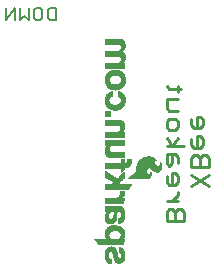
<source format=gbo>
G75*
%MOIN*%
%OFA0B0*%
%FSLAX25Y25*%
%IPPOS*%
%LPD*%
%AMOC8*
5,1,8,0,0,1.08239X$1,22.5*
%
%ADD10C,0.01100*%
%ADD11C,0.00800*%
%ADD12C,0.00100*%
%ADD13R,0.01910X0.01950*%
D10*
X0092895Y0054115D02*
X0092895Y0057068D01*
X0093879Y0058052D01*
X0094863Y0058052D01*
X0095847Y0057068D01*
X0095847Y0054115D01*
X0092895Y0054115D02*
X0098800Y0054115D01*
X0098800Y0057068D01*
X0097816Y0058052D01*
X0096832Y0058052D01*
X0095847Y0057068D01*
X0094863Y0060561D02*
X0096832Y0062529D01*
X0096832Y0063513D01*
X0095847Y0065932D02*
X0093879Y0065932D01*
X0092895Y0066916D01*
X0092895Y0068885D01*
X0094863Y0069869D02*
X0094863Y0065932D01*
X0095847Y0065932D02*
X0096832Y0066916D01*
X0096832Y0068885D01*
X0095847Y0069869D01*
X0094863Y0069869D01*
X0093879Y0072378D02*
X0094863Y0073362D01*
X0094863Y0076314D01*
X0095847Y0076314D02*
X0096832Y0075330D01*
X0096832Y0073362D01*
X0093879Y0072378D02*
X0092895Y0073362D01*
X0092895Y0076314D01*
X0095847Y0076314D01*
X0094863Y0078823D02*
X0096832Y0081776D01*
X0095847Y0084194D02*
X0093879Y0084194D01*
X0092895Y0085179D01*
X0092895Y0087147D01*
X0093879Y0088131D01*
X0095847Y0088131D01*
X0096832Y0087147D01*
X0096832Y0085179D01*
X0095847Y0084194D01*
X0092895Y0081776D02*
X0094863Y0078823D01*
X0092895Y0078823D02*
X0098800Y0078823D01*
X0101163Y0079408D02*
X0102147Y0078424D01*
X0104115Y0078424D01*
X0105099Y0079408D01*
X0105099Y0081376D01*
X0104115Y0082360D01*
X0103131Y0082360D01*
X0103131Y0078424D01*
X0101163Y0079408D02*
X0101163Y0081376D01*
X0102147Y0084869D02*
X0104115Y0084869D01*
X0105099Y0085853D01*
X0105099Y0087822D01*
X0104115Y0088806D01*
X0103131Y0088806D01*
X0103131Y0084869D01*
X0102147Y0084869D02*
X0101163Y0085853D01*
X0101163Y0087822D01*
X0096832Y0090640D02*
X0093879Y0090640D01*
X0092895Y0091624D01*
X0092895Y0094577D01*
X0096832Y0094577D01*
X0096832Y0097085D02*
X0096832Y0099054D01*
X0097816Y0098070D02*
X0093879Y0098070D01*
X0092895Y0099054D01*
X0102147Y0075915D02*
X0101163Y0074931D01*
X0101163Y0071978D01*
X0107068Y0071978D01*
X0107068Y0074931D01*
X0106083Y0075915D01*
X0105099Y0075915D01*
X0104115Y0074931D01*
X0104115Y0071978D01*
X0107068Y0069469D02*
X0101163Y0065533D01*
X0101163Y0069469D02*
X0107068Y0065533D01*
X0104115Y0074931D02*
X0103131Y0075915D01*
X0102147Y0075915D01*
X0096832Y0060561D02*
X0092895Y0060561D01*
D11*
X0056118Y0120894D02*
X0054016Y0120894D01*
X0053316Y0121595D01*
X0053316Y0124397D01*
X0054016Y0125098D01*
X0056118Y0125098D01*
X0056118Y0120894D01*
X0051514Y0121595D02*
X0051514Y0124397D01*
X0050814Y0125098D01*
X0049412Y0125098D01*
X0048712Y0124397D01*
X0048712Y0121595D01*
X0049412Y0120894D01*
X0050814Y0120894D01*
X0051514Y0121595D01*
X0046910Y0120894D02*
X0045509Y0122296D01*
X0044108Y0120894D01*
X0044108Y0125098D01*
X0042306Y0125098D02*
X0039504Y0120894D01*
X0039504Y0125098D01*
X0042306Y0125098D02*
X0042306Y0120894D01*
X0046910Y0120894D02*
X0046910Y0125098D01*
D12*
X0068793Y0047936D02*
X0070263Y0046306D01*
X0078363Y0046306D01*
X0078653Y0047836D01*
X0077863Y0047826D01*
X0077833Y0047856D01*
X0077823Y0047876D01*
X0077923Y0047966D01*
X0078303Y0048316D01*
X0078421Y0048451D01*
X0078513Y0048606D01*
X0078723Y0049126D01*
X0078763Y0049316D01*
X0078773Y0050096D01*
X0078701Y0050523D01*
X0078543Y0050926D01*
X0078330Y0051281D01*
X0078073Y0051606D01*
X0077722Y0051917D01*
X0077313Y0052146D01*
X0076481Y0052411D01*
X0075615Y0052522D01*
X0074743Y0052476D01*
X0074201Y0052349D01*
X0073689Y0052130D01*
X0073223Y0051826D01*
X0072945Y0051567D01*
X0072714Y0051265D01*
X0072539Y0050928D01*
X0072423Y0050566D01*
X0072348Y0050088D01*
X0072342Y0049605D01*
X0072403Y0049126D01*
X0072507Y0048794D01*
X0072679Y0048491D01*
X0072911Y0048231D01*
X0073193Y0048026D01*
X0074363Y0048026D01*
X0074393Y0048056D01*
X0074373Y0048056D01*
X0074335Y0048064D01*
X0074303Y0048086D01*
X0074273Y0048106D01*
X0074046Y0048227D01*
X0073852Y0048396D01*
X0073703Y0048606D01*
X0073585Y0048882D01*
X0073523Y0049176D01*
X0073520Y0049545D01*
X0073593Y0049906D01*
X0073731Y0050208D01*
X0073942Y0050464D01*
X0074212Y0050658D01*
X0074523Y0050776D01*
X0075298Y0050897D01*
X0076083Y0050896D01*
X0076475Y0050819D01*
X0076839Y0050655D01*
X0077158Y0050413D01*
X0077413Y0050106D01*
X0077520Y0049900D01*
X0077584Y0049677D01*
X0077603Y0049446D01*
X0077583Y0049016D01*
X0077551Y0048860D01*
X0077483Y0048716D01*
X0077257Y0048427D01*
X0076983Y0048186D01*
X0076696Y0048018D01*
X0076382Y0047910D01*
X0076053Y0047866D01*
X0075043Y0047876D01*
X0074733Y0047926D01*
X0074463Y0048016D01*
X0074448Y0048018D01*
X0074434Y0048012D01*
X0074425Y0048000D01*
X0074423Y0047986D01*
X0074423Y0047936D01*
X0068793Y0047936D01*
X0068847Y0047876D02*
X0075060Y0047876D01*
X0074587Y0047974D02*
X0074423Y0047974D01*
X0074322Y0048073D02*
X0073128Y0048073D01*
X0072993Y0048171D02*
X0074150Y0048171D01*
X0073996Y0048270D02*
X0072876Y0048270D01*
X0072788Y0048368D02*
X0073884Y0048368D01*
X0073802Y0048467D02*
X0072700Y0048467D01*
X0072636Y0048565D02*
X0073732Y0048565D01*
X0073678Y0048664D02*
X0072580Y0048664D01*
X0072524Y0048762D02*
X0073636Y0048762D01*
X0073594Y0048861D02*
X0072486Y0048861D01*
X0072455Y0048959D02*
X0073568Y0048959D01*
X0073548Y0049058D02*
X0072424Y0049058D01*
X0072399Y0049156D02*
X0073527Y0049156D01*
X0073522Y0049255D02*
X0072386Y0049255D01*
X0072374Y0049353D02*
X0073522Y0049353D01*
X0073521Y0049452D02*
X0072361Y0049452D01*
X0072349Y0049551D02*
X0073522Y0049551D01*
X0073541Y0049649D02*
X0072342Y0049649D01*
X0072344Y0049748D02*
X0073561Y0049748D01*
X0073581Y0049846D02*
X0072345Y0049846D01*
X0072346Y0049945D02*
X0073611Y0049945D01*
X0073656Y0050043D02*
X0072348Y0050043D01*
X0072357Y0050142D02*
X0073701Y0050142D01*
X0073758Y0050240D02*
X0072372Y0050240D01*
X0072387Y0050339D02*
X0073839Y0050339D01*
X0073920Y0050437D02*
X0072403Y0050437D01*
X0072418Y0050536D02*
X0074042Y0050536D01*
X0074179Y0050634D02*
X0072445Y0050634D01*
X0072476Y0050733D02*
X0074409Y0050733D01*
X0074876Y0050831D02*
X0072508Y0050831D01*
X0072540Y0050930D02*
X0078541Y0050930D01*
X0078580Y0050831D02*
X0076411Y0050831D01*
X0076667Y0050733D02*
X0078618Y0050733D01*
X0078657Y0050634D02*
X0076867Y0050634D01*
X0076997Y0050536D02*
X0078696Y0050536D01*
X0078715Y0050437D02*
X0077126Y0050437D01*
X0077220Y0050339D02*
X0078732Y0050339D01*
X0078748Y0050240D02*
X0077302Y0050240D01*
X0077383Y0050142D02*
X0078765Y0050142D01*
X0078772Y0050043D02*
X0077446Y0050043D01*
X0077497Y0049945D02*
X0078771Y0049945D01*
X0078770Y0049846D02*
X0077535Y0049846D01*
X0077564Y0049748D02*
X0078768Y0049748D01*
X0078767Y0049649D02*
X0077586Y0049649D01*
X0077594Y0049551D02*
X0078766Y0049551D01*
X0078765Y0049452D02*
X0077602Y0049452D01*
X0077598Y0049353D02*
X0078763Y0049353D01*
X0078750Y0049255D02*
X0077594Y0049255D01*
X0077589Y0049156D02*
X0078729Y0049156D01*
X0078695Y0049058D02*
X0077585Y0049058D01*
X0077571Y0048959D02*
X0078656Y0048959D01*
X0078616Y0048861D02*
X0077552Y0048861D01*
X0077505Y0048762D02*
X0078576Y0048762D01*
X0078536Y0048664D02*
X0077442Y0048664D01*
X0077365Y0048565D02*
X0078489Y0048565D01*
X0078431Y0048467D02*
X0077288Y0048467D01*
X0077190Y0048368D02*
X0078349Y0048368D01*
X0078253Y0048270D02*
X0077078Y0048270D01*
X0076958Y0048171D02*
X0078146Y0048171D01*
X0078039Y0048073D02*
X0076789Y0048073D01*
X0076568Y0047974D02*
X0077932Y0047974D01*
X0077823Y0047876D02*
X0076127Y0047876D01*
X0078567Y0047383D02*
X0069291Y0047383D01*
X0069202Y0047482D02*
X0078586Y0047482D01*
X0078604Y0047580D02*
X0069114Y0047580D01*
X0069025Y0047679D02*
X0078623Y0047679D01*
X0078642Y0047777D02*
X0068936Y0047777D01*
X0069380Y0047285D02*
X0078548Y0047285D01*
X0078530Y0047186D02*
X0069469Y0047186D01*
X0069558Y0047088D02*
X0078511Y0047088D01*
X0078492Y0046989D02*
X0069647Y0046989D01*
X0069736Y0046891D02*
X0078474Y0046891D01*
X0078455Y0046792D02*
X0069824Y0046792D01*
X0069913Y0046694D02*
X0078436Y0046694D01*
X0078418Y0046595D02*
X0070002Y0046595D01*
X0070091Y0046497D02*
X0078399Y0046497D01*
X0078380Y0046398D02*
X0070180Y0046398D01*
X0072712Y0044528D02*
X0072950Y0044860D01*
X0073243Y0045146D01*
X0073465Y0045295D01*
X0073711Y0045400D01*
X0073973Y0045456D01*
X0074383Y0045486D01*
X0074798Y0045449D01*
X0075193Y0045316D01*
X0075355Y0045217D01*
X0075493Y0045086D01*
X0075693Y0044814D01*
X0075853Y0044516D01*
X0076093Y0043864D01*
X0076243Y0043186D01*
X0076403Y0042386D01*
X0076513Y0042081D01*
X0076683Y0041806D01*
X0076808Y0041685D01*
X0076963Y0041606D01*
X0077123Y0041578D01*
X0077285Y0041598D01*
X0077433Y0041666D01*
X0077549Y0041767D01*
X0077633Y0041896D01*
X0077698Y0042072D01*
X0077733Y0042256D01*
X0077750Y0042596D01*
X0077733Y0042936D01*
X0077692Y0043139D01*
X0077615Y0043331D01*
X0077503Y0043506D01*
X0077392Y0043622D01*
X0077260Y0043713D01*
X0077113Y0043776D01*
X0077009Y0043800D01*
X0076903Y0043806D01*
X0076903Y0045336D01*
X0077183Y0045306D01*
X0077693Y0044496D01*
X0078213Y0042706D01*
X0077783Y0041056D01*
X0076583Y0041266D01*
X0075553Y0042996D01*
X0074643Y0044666D01*
X0073363Y0044236D01*
X0073013Y0042686D01*
X0074423Y0039836D01*
X0072943Y0042646D01*
X0073303Y0044266D01*
X0074613Y0044706D01*
X0074753Y0044636D01*
X0076643Y0041386D01*
X0077723Y0041196D01*
X0078173Y0042686D01*
X0077643Y0044346D01*
X0077073Y0045116D01*
X0077213Y0045306D01*
X0077433Y0045226D01*
X0077743Y0045086D01*
X0077917Y0044973D01*
X0078073Y0044836D01*
X0078371Y0044458D01*
X0078583Y0044026D01*
X0078728Y0043494D01*
X0078783Y0042946D01*
X0078783Y0042236D01*
X0078722Y0041673D01*
X0078560Y0041130D01*
X0078303Y0040626D01*
X0078157Y0040439D01*
X0077978Y0040283D01*
X0077773Y0040166D01*
X0077346Y0040025D01*
X0076900Y0039974D01*
X0076453Y0040016D01*
X0076260Y0040075D01*
X0076084Y0040173D01*
X0075933Y0040306D01*
X0075721Y0040572D01*
X0075553Y0040868D01*
X0075433Y0041186D01*
X0075093Y0042616D01*
X0074971Y0043082D01*
X0074783Y0043526D01*
X0074686Y0043668D01*
X0074556Y0043780D01*
X0074402Y0043857D01*
X0074235Y0043893D01*
X0074063Y0043886D01*
X0073899Y0043836D01*
X0073753Y0043748D01*
X0073633Y0043626D01*
X0073504Y0043415D01*
X0073423Y0043181D01*
X0073393Y0042936D01*
X0073393Y0042406D01*
X0073423Y0042176D01*
X0073512Y0041934D01*
X0073651Y0041718D01*
X0073833Y0041536D01*
X0074006Y0041429D01*
X0074200Y0041368D01*
X0074403Y0041356D01*
X0074423Y0041356D01*
X0074423Y0039836D01*
X0074283Y0039846D01*
X0074053Y0039886D01*
X0073553Y0040056D01*
X0073318Y0040178D01*
X0073112Y0040343D01*
X0072943Y0040546D01*
X0072643Y0041016D01*
X0072486Y0041353D01*
X0072403Y0041716D01*
X0072333Y0042726D01*
X0072351Y0043248D01*
X0072423Y0043766D01*
X0072534Y0044159D01*
X0072712Y0044528D01*
X0072711Y0044526D02*
X0074228Y0044526D01*
X0074079Y0044526D02*
X0074816Y0044526D01*
X0074719Y0044526D02*
X0075847Y0044526D01*
X0075885Y0044428D02*
X0074772Y0044428D01*
X0074874Y0044428D02*
X0073785Y0044428D01*
X0073935Y0044428D02*
X0072664Y0044428D01*
X0072616Y0044329D02*
X0073642Y0044329D01*
X0073492Y0044329D02*
X0074931Y0044329D01*
X0074826Y0044329D02*
X0075921Y0044329D01*
X0075958Y0044231D02*
X0074880Y0044231D01*
X0074988Y0044231D02*
X0073295Y0044231D01*
X0073362Y0044231D02*
X0072569Y0044231D01*
X0072526Y0044132D02*
X0073340Y0044132D01*
X0073273Y0044132D02*
X0075046Y0044132D01*
X0074933Y0044132D02*
X0075994Y0044132D01*
X0076030Y0044034D02*
X0074987Y0044034D01*
X0075041Y0043935D02*
X0076067Y0043935D01*
X0076099Y0043837D02*
X0075095Y0043837D01*
X0075148Y0043738D02*
X0076121Y0043738D01*
X0076142Y0043640D02*
X0075202Y0043640D01*
X0075255Y0043541D02*
X0076164Y0043541D01*
X0076186Y0043443D02*
X0075309Y0043443D01*
X0075363Y0043344D02*
X0076208Y0043344D01*
X0076230Y0043246D02*
X0075416Y0043246D01*
X0075470Y0043147D02*
X0076251Y0043147D01*
X0076270Y0043049D02*
X0075524Y0043049D01*
X0075580Y0042950D02*
X0076290Y0042950D01*
X0076310Y0042852D02*
X0075638Y0042852D01*
X0075697Y0042753D02*
X0076329Y0042753D01*
X0076349Y0042655D02*
X0075756Y0042655D01*
X0075814Y0042556D02*
X0076369Y0042556D01*
X0076388Y0042458D02*
X0075873Y0042458D01*
X0075932Y0042359D02*
X0076412Y0042359D01*
X0076448Y0042261D02*
X0075990Y0042261D01*
X0076049Y0042162D02*
X0076484Y0042162D01*
X0076524Y0042064D02*
X0076108Y0042064D01*
X0076166Y0041965D02*
X0076585Y0041965D01*
X0076645Y0041867D02*
X0076225Y0041867D01*
X0076284Y0041768D02*
X0076722Y0041768D01*
X0076838Y0041670D02*
X0076342Y0041670D01*
X0076401Y0041571D02*
X0077917Y0041571D01*
X0077836Y0041571D02*
X0078691Y0041571D01*
X0078662Y0041473D02*
X0077806Y0041473D01*
X0077891Y0041473D02*
X0076460Y0041473D01*
X0076518Y0041374D02*
X0077866Y0041374D01*
X0077777Y0041374D02*
X0078633Y0041374D01*
X0078603Y0041276D02*
X0077747Y0041276D01*
X0077840Y0041276D02*
X0076577Y0041276D01*
X0076710Y0041374D02*
X0075388Y0041374D01*
X0075411Y0041276D02*
X0077269Y0041276D01*
X0077090Y0041177D02*
X0077814Y0041177D01*
X0077789Y0041079D02*
X0077653Y0041079D01*
X0077866Y0041670D02*
X0078721Y0041670D01*
X0078732Y0041768D02*
X0077896Y0041768D01*
X0077968Y0041768D02*
X0077550Y0041768D01*
X0077614Y0041867D02*
X0077994Y0041867D01*
X0077925Y0041867D02*
X0078743Y0041867D01*
X0078753Y0041965D02*
X0077955Y0041965D01*
X0078020Y0041965D02*
X0077658Y0041965D01*
X0077695Y0042064D02*
X0078045Y0042064D01*
X0077985Y0042064D02*
X0078764Y0042064D01*
X0078775Y0042162D02*
X0078015Y0042162D01*
X0078071Y0042162D02*
X0077715Y0042162D01*
X0077733Y0042261D02*
X0078097Y0042261D01*
X0078044Y0042261D02*
X0078783Y0042261D01*
X0078783Y0042359D02*
X0078074Y0042359D01*
X0078123Y0042359D02*
X0077738Y0042359D01*
X0077743Y0042458D02*
X0078148Y0042458D01*
X0078104Y0042458D02*
X0078783Y0042458D01*
X0078783Y0042556D02*
X0078134Y0042556D01*
X0078174Y0042556D02*
X0077748Y0042556D01*
X0077747Y0042655D02*
X0078200Y0042655D01*
X0078163Y0042655D02*
X0078783Y0042655D01*
X0078783Y0042753D02*
X0078151Y0042753D01*
X0078199Y0042753D02*
X0077742Y0042753D01*
X0077737Y0042852D02*
X0078171Y0042852D01*
X0078120Y0042852D02*
X0078783Y0042852D01*
X0078782Y0042950D02*
X0078088Y0042950D01*
X0078142Y0042950D02*
X0077730Y0042950D01*
X0077710Y0043049D02*
X0078113Y0043049D01*
X0078057Y0043049D02*
X0078772Y0043049D01*
X0078763Y0043147D02*
X0078026Y0043147D01*
X0078085Y0043147D02*
X0077689Y0043147D01*
X0077649Y0043246D02*
X0078056Y0043246D01*
X0077994Y0043246D02*
X0078753Y0043246D01*
X0078743Y0043344D02*
X0077963Y0043344D01*
X0078027Y0043344D02*
X0077606Y0043344D01*
X0077543Y0043443D02*
X0077999Y0043443D01*
X0077931Y0043443D02*
X0078733Y0043443D01*
X0078715Y0043541D02*
X0077900Y0043541D01*
X0077970Y0043541D02*
X0077469Y0043541D01*
X0077366Y0043640D02*
X0077942Y0043640D01*
X0077868Y0043640D02*
X0078688Y0043640D01*
X0078661Y0043738D02*
X0077837Y0043738D01*
X0077913Y0043738D02*
X0077201Y0043738D01*
X0076903Y0043837D02*
X0077884Y0043837D01*
X0077805Y0043837D02*
X0078634Y0043837D01*
X0078607Y0043935D02*
X0077774Y0043935D01*
X0077856Y0043935D02*
X0076903Y0043935D01*
X0076903Y0044034D02*
X0077827Y0044034D01*
X0077742Y0044034D02*
X0078579Y0044034D01*
X0078530Y0044132D02*
X0077711Y0044132D01*
X0077798Y0044132D02*
X0076903Y0044132D01*
X0076903Y0044231D02*
X0077770Y0044231D01*
X0077680Y0044231D02*
X0078482Y0044231D01*
X0078434Y0044329D02*
X0077648Y0044329D01*
X0077741Y0044329D02*
X0076903Y0044329D01*
X0076903Y0044428D02*
X0077713Y0044428D01*
X0077674Y0044526D02*
X0076903Y0044526D01*
X0076903Y0044625D02*
X0077612Y0044625D01*
X0077549Y0044723D02*
X0076903Y0044723D01*
X0076903Y0044822D02*
X0077487Y0044822D01*
X0077425Y0044920D02*
X0076903Y0044920D01*
X0076903Y0045019D02*
X0077363Y0045019D01*
X0077301Y0045117D02*
X0076903Y0045117D01*
X0076903Y0045216D02*
X0077239Y0045216D01*
X0077147Y0045216D02*
X0077455Y0045216D01*
X0077673Y0045117D02*
X0077074Y0045117D01*
X0077144Y0045019D02*
X0077846Y0045019D01*
X0077977Y0044920D02*
X0077217Y0044920D01*
X0077290Y0044822D02*
X0078084Y0044822D01*
X0078161Y0044723D02*
X0077363Y0044723D01*
X0077436Y0044625D02*
X0078239Y0044625D01*
X0078317Y0044526D02*
X0077509Y0044526D01*
X0077582Y0044428D02*
X0078386Y0044428D01*
X0077102Y0045315D02*
X0076903Y0045315D01*
X0075741Y0044723D02*
X0072852Y0044723D01*
X0072782Y0044625D02*
X0074521Y0044625D01*
X0074665Y0044625D02*
X0075794Y0044625D01*
X0075687Y0044822D02*
X0072923Y0044822D01*
X0073012Y0044920D02*
X0075615Y0044920D01*
X0075542Y0045019D02*
X0073113Y0045019D01*
X0073214Y0045117D02*
X0075460Y0045117D01*
X0075356Y0045216D02*
X0073348Y0045216D01*
X0073511Y0045315D02*
X0075195Y0045315D01*
X0074904Y0045413D02*
X0073774Y0045413D01*
X0074372Y0044625D02*
X0074759Y0044625D01*
X0075103Y0044034D02*
X0073251Y0044034D01*
X0073317Y0044034D02*
X0072499Y0044034D01*
X0072471Y0043935D02*
X0073295Y0043935D01*
X0073229Y0043935D02*
X0075160Y0043935D01*
X0075217Y0043837D02*
X0074443Y0043837D01*
X0074604Y0043738D02*
X0075275Y0043738D01*
X0075332Y0043640D02*
X0074705Y0043640D01*
X0074772Y0043541D02*
X0075389Y0043541D01*
X0075447Y0043443D02*
X0074818Y0043443D01*
X0074860Y0043344D02*
X0075504Y0043344D01*
X0075561Y0043246D02*
X0074902Y0043246D01*
X0074944Y0043147D02*
X0075618Y0043147D01*
X0075676Y0043049D02*
X0074980Y0043049D01*
X0075006Y0042950D02*
X0075733Y0042950D01*
X0075790Y0042852D02*
X0075031Y0042852D01*
X0075057Y0042753D02*
X0075848Y0042753D01*
X0075905Y0042655D02*
X0075083Y0042655D01*
X0075107Y0042556D02*
X0075962Y0042556D01*
X0076020Y0042458D02*
X0075130Y0042458D01*
X0075154Y0042359D02*
X0076077Y0042359D01*
X0076134Y0042261D02*
X0075177Y0042261D01*
X0075201Y0042162D02*
X0076191Y0042162D01*
X0076249Y0042064D02*
X0075224Y0042064D01*
X0075248Y0041965D02*
X0076306Y0041965D01*
X0076363Y0041867D02*
X0075271Y0041867D01*
X0075294Y0041768D02*
X0076421Y0041768D01*
X0076478Y0041670D02*
X0075318Y0041670D01*
X0075341Y0041571D02*
X0076535Y0041571D01*
X0076592Y0041473D02*
X0075365Y0041473D01*
X0075436Y0041177D02*
X0078574Y0041177D01*
X0078534Y0041079D02*
X0075473Y0041079D01*
X0075511Y0040980D02*
X0078483Y0040980D01*
X0078433Y0040882D02*
X0075548Y0040882D01*
X0075601Y0040783D02*
X0078383Y0040783D01*
X0078333Y0040684D02*
X0075657Y0040684D01*
X0075713Y0040586D02*
X0078272Y0040586D01*
X0078195Y0040487D02*
X0075788Y0040487D01*
X0075867Y0040389D02*
X0078100Y0040389D01*
X0077987Y0040290D02*
X0075950Y0040290D01*
X0076063Y0040192D02*
X0077819Y0040192D01*
X0077554Y0040093D02*
X0076228Y0040093D01*
X0076677Y0039995D02*
X0077083Y0039995D01*
X0077437Y0041670D02*
X0077943Y0041670D01*
X0074423Y0041276D02*
X0073665Y0041276D01*
X0073711Y0041276D02*
X0072522Y0041276D01*
X0072482Y0041374D02*
X0073662Y0041374D01*
X0073613Y0041374D02*
X0074180Y0041374D01*
X0073935Y0041473D02*
X0073561Y0041473D01*
X0073613Y0041473D02*
X0072459Y0041473D01*
X0072436Y0041571D02*
X0073564Y0041571D01*
X0073509Y0041571D02*
X0073797Y0041571D01*
X0073699Y0041670D02*
X0073457Y0041670D01*
X0073516Y0041670D02*
X0072413Y0041670D01*
X0072399Y0041768D02*
X0073467Y0041768D01*
X0073405Y0041768D02*
X0073618Y0041768D01*
X0073555Y0041867D02*
X0073353Y0041867D01*
X0073418Y0041867D02*
X0072392Y0041867D01*
X0072385Y0041965D02*
X0073370Y0041965D01*
X0073301Y0041965D02*
X0073500Y0041965D01*
X0073464Y0042064D02*
X0073249Y0042064D01*
X0073321Y0042064D02*
X0072379Y0042064D01*
X0072372Y0042162D02*
X0073272Y0042162D01*
X0073198Y0042162D02*
X0073428Y0042162D01*
X0073412Y0042261D02*
X0073146Y0042261D01*
X0073223Y0042261D02*
X0072365Y0042261D01*
X0072358Y0042359D02*
X0073175Y0042359D01*
X0073094Y0042359D02*
X0073399Y0042359D01*
X0073393Y0042458D02*
X0073042Y0042458D01*
X0073126Y0042458D02*
X0072351Y0042458D01*
X0072344Y0042556D02*
X0073077Y0042556D01*
X0072990Y0042556D02*
X0073393Y0042556D01*
X0073393Y0042655D02*
X0072945Y0042655D01*
X0073028Y0042655D02*
X0072338Y0042655D01*
X0072334Y0042753D02*
X0073028Y0042753D01*
X0072967Y0042753D02*
X0073393Y0042753D01*
X0073393Y0042852D02*
X0072989Y0042852D01*
X0073050Y0042852D02*
X0072337Y0042852D01*
X0072341Y0042950D02*
X0073073Y0042950D01*
X0073011Y0042950D02*
X0073395Y0042950D01*
X0073407Y0043049D02*
X0073032Y0043049D01*
X0073095Y0043049D02*
X0072344Y0043049D01*
X0072348Y0043147D02*
X0073117Y0043147D01*
X0073054Y0043147D02*
X0073419Y0043147D01*
X0073445Y0043246D02*
X0073076Y0043246D01*
X0073139Y0043246D02*
X0072351Y0043246D01*
X0072364Y0043344D02*
X0073162Y0043344D01*
X0073098Y0043344D02*
X0073480Y0043344D01*
X0073521Y0043443D02*
X0073120Y0043443D01*
X0073184Y0043443D02*
X0072378Y0043443D01*
X0072392Y0043541D02*
X0073206Y0043541D01*
X0073142Y0043541D02*
X0073581Y0043541D01*
X0073646Y0043640D02*
X0073164Y0043640D01*
X0073228Y0043640D02*
X0072405Y0043640D01*
X0072419Y0043738D02*
X0073251Y0043738D01*
X0073186Y0043738D02*
X0073743Y0043738D01*
X0073901Y0043837D02*
X0073207Y0043837D01*
X0073273Y0043837D02*
X0072443Y0043837D01*
X0072568Y0041177D02*
X0073759Y0041177D01*
X0073716Y0041177D02*
X0074423Y0041177D01*
X0074423Y0041079D02*
X0073768Y0041079D01*
X0073808Y0041079D02*
X0072614Y0041079D01*
X0072666Y0040980D02*
X0073857Y0040980D01*
X0073820Y0040980D02*
X0074423Y0040980D01*
X0074423Y0040882D02*
X0073872Y0040882D01*
X0073906Y0040882D02*
X0072729Y0040882D01*
X0072791Y0040783D02*
X0073954Y0040783D01*
X0073924Y0040783D02*
X0074423Y0040783D01*
X0074423Y0040684D02*
X0073976Y0040684D01*
X0074003Y0040684D02*
X0072854Y0040684D01*
X0072917Y0040586D02*
X0074052Y0040586D01*
X0074028Y0040586D02*
X0074423Y0040586D01*
X0074423Y0040487D02*
X0074080Y0040487D01*
X0074100Y0040487D02*
X0072992Y0040487D01*
X0073074Y0040389D02*
X0074149Y0040389D01*
X0074132Y0040389D02*
X0074423Y0040389D01*
X0074423Y0040290D02*
X0074183Y0040290D01*
X0074198Y0040290D02*
X0073178Y0040290D01*
X0073301Y0040192D02*
X0074247Y0040192D01*
X0074235Y0040192D02*
X0074423Y0040192D01*
X0074423Y0040093D02*
X0074287Y0040093D01*
X0074295Y0040093D02*
X0073481Y0040093D01*
X0073732Y0039995D02*
X0074344Y0039995D01*
X0074339Y0039995D02*
X0074423Y0039995D01*
X0074423Y0039896D02*
X0074391Y0039896D01*
X0074393Y0039896D02*
X0074022Y0039896D01*
X0072591Y0051028D02*
X0078482Y0051028D01*
X0078423Y0051127D02*
X0072643Y0051127D01*
X0072694Y0051225D02*
X0078364Y0051225D01*
X0078296Y0051324D02*
X0072759Y0051324D01*
X0072834Y0051422D02*
X0078218Y0051422D01*
X0078140Y0051521D02*
X0072909Y0051521D01*
X0073001Y0051619D02*
X0078058Y0051619D01*
X0077947Y0051718D02*
X0073107Y0051718D01*
X0073212Y0051816D02*
X0077836Y0051816D01*
X0077725Y0051915D02*
X0073359Y0051915D01*
X0073510Y0052013D02*
X0077551Y0052013D01*
X0077374Y0052112D02*
X0073661Y0052112D01*
X0073877Y0052210D02*
X0077110Y0052210D01*
X0076802Y0052309D02*
X0074107Y0052309D01*
X0074450Y0052407D02*
X0076493Y0052407D01*
X0075743Y0052506D02*
X0075304Y0052506D01*
X0074918Y0053294D02*
X0073384Y0053294D01*
X0073193Y0053366D02*
X0073003Y0053481D01*
X0072837Y0053629D01*
X0072703Y0053806D01*
X0072464Y0054306D01*
X0072343Y0054846D01*
X0072328Y0055489D01*
X0072423Y0056126D01*
X0072561Y0056534D01*
X0072774Y0056908D01*
X0073053Y0057236D01*
X0073067Y0057257D01*
X0073070Y0057282D01*
X0073063Y0057307D01*
X0073046Y0057326D01*
X0073023Y0057336D01*
X0072613Y0057426D01*
X0072503Y0057456D01*
X0072489Y0057465D01*
X0072481Y0057479D01*
X0072483Y0057496D01*
X0072483Y0059086D01*
X0072563Y0059056D01*
X0073080Y0058917D01*
X0073613Y0058876D01*
X0075323Y0058886D01*
X0075323Y0057276D01*
X0074993Y0057276D01*
X0074559Y0057248D01*
X0074133Y0057166D01*
X0074063Y0057146D01*
X0073958Y0057101D01*
X0073863Y0057036D01*
X0073573Y0056736D01*
X0073495Y0056612D01*
X0073443Y0056476D01*
X0073383Y0056056D01*
X0073403Y0055446D01*
X0073443Y0055254D01*
X0073528Y0055077D01*
X0073653Y0054926D01*
X0073760Y0054844D01*
X0073882Y0054786D01*
X0074013Y0054756D01*
X0074254Y0054751D01*
X0074490Y0054795D01*
X0074713Y0054886D01*
X0074839Y0054973D01*
X0074943Y0055086D01*
X0075059Y0055281D01*
X0075140Y0055493D01*
X0075183Y0055716D01*
X0075243Y0056286D01*
X0075310Y0056676D01*
X0075423Y0057056D01*
X0075465Y0057137D01*
X0075526Y0057205D01*
X0075603Y0057256D01*
X0075603Y0057276D01*
X0075363Y0057276D01*
X0075363Y0058876D01*
X0077263Y0058876D01*
X0077552Y0058840D01*
X0077824Y0058735D01*
X0078063Y0058567D01*
X0078253Y0058346D01*
X0078526Y0057833D01*
X0078693Y0057276D01*
X0078783Y0056591D01*
X0078787Y0055901D01*
X0078703Y0055216D01*
X0078571Y0054732D01*
X0078363Y0054276D01*
X0078137Y0053954D01*
X0077850Y0053685D01*
X0077513Y0053480D01*
X0077143Y0053349D01*
X0076753Y0053296D01*
X0076763Y0053286D01*
X0076763Y0054956D01*
X0076783Y0054956D01*
X0077001Y0054982D01*
X0077207Y0055058D01*
X0077389Y0055181D01*
X0077537Y0055343D01*
X0077643Y0055536D01*
X0077711Y0055766D01*
X0077733Y0056006D01*
X0077713Y0056546D01*
X0077688Y0056699D01*
X0077634Y0056844D01*
X0077553Y0056976D01*
X0077454Y0057083D01*
X0077336Y0057167D01*
X0077203Y0057226D01*
X0076988Y0057272D01*
X0076768Y0057272D01*
X0076553Y0057226D01*
X0076505Y0057205D01*
X0076463Y0057176D01*
X0076353Y0057056D01*
X0076251Y0056879D01*
X0076183Y0056686D01*
X0076093Y0056166D01*
X0076003Y0055296D01*
X0075893Y0054691D01*
X0075703Y0054106D01*
X0075559Y0053832D01*
X0075363Y0053592D01*
X0075123Y0053396D01*
X0074783Y0053227D01*
X0074413Y0053146D01*
X0073995Y0053145D01*
X0073584Y0053219D01*
X0073193Y0053366D01*
X0073149Y0053392D02*
X0075116Y0053392D01*
X0075239Y0053491D02*
X0072991Y0053491D01*
X0072882Y0053589D02*
X0075360Y0053589D01*
X0075441Y0053688D02*
X0072793Y0053688D01*
X0072718Y0053786D02*
X0075522Y0053786D01*
X0075587Y0053885D02*
X0072665Y0053885D01*
X0072618Y0053984D02*
X0075638Y0053984D01*
X0075690Y0054082D02*
X0072571Y0054082D01*
X0072524Y0054181D02*
X0075727Y0054181D01*
X0075759Y0054279D02*
X0072477Y0054279D01*
X0072448Y0054378D02*
X0075791Y0054378D01*
X0075823Y0054476D02*
X0072426Y0054476D01*
X0072404Y0054575D02*
X0075856Y0054575D01*
X0075888Y0054673D02*
X0072382Y0054673D01*
X0072360Y0054772D02*
X0073945Y0054772D01*
X0073725Y0054870D02*
X0072342Y0054870D01*
X0072340Y0054969D02*
X0073618Y0054969D01*
X0073537Y0055067D02*
X0072338Y0055067D01*
X0072335Y0055166D02*
X0073486Y0055166D01*
X0073441Y0055264D02*
X0072333Y0055264D01*
X0072331Y0055363D02*
X0073420Y0055363D01*
X0073402Y0055461D02*
X0072329Y0055461D01*
X0072338Y0055560D02*
X0073399Y0055560D01*
X0073396Y0055658D02*
X0072353Y0055658D01*
X0072368Y0055757D02*
X0073393Y0055757D01*
X0073389Y0055855D02*
X0072382Y0055855D01*
X0072397Y0055954D02*
X0073386Y0055954D01*
X0073383Y0056052D02*
X0072412Y0056052D01*
X0072431Y0056151D02*
X0073396Y0056151D01*
X0073410Y0056249D02*
X0072465Y0056249D01*
X0072498Y0056348D02*
X0073425Y0056348D01*
X0073439Y0056446D02*
X0072532Y0056446D01*
X0072568Y0056545D02*
X0073469Y0056545D01*
X0073514Y0056643D02*
X0072624Y0056643D01*
X0072680Y0056742D02*
X0073579Y0056742D01*
X0073674Y0056840D02*
X0072736Y0056840D01*
X0072800Y0056939D02*
X0073769Y0056939D01*
X0073865Y0057037D02*
X0072884Y0057037D01*
X0072968Y0057136D02*
X0074040Y0057136D01*
X0074487Y0057234D02*
X0073052Y0057234D01*
X0073030Y0057333D02*
X0075323Y0057333D01*
X0075363Y0057333D02*
X0078676Y0057333D01*
X0078698Y0057234D02*
X0077163Y0057234D01*
X0077379Y0057136D02*
X0078711Y0057136D01*
X0078724Y0057037D02*
X0077496Y0057037D01*
X0077576Y0056939D02*
X0078737Y0056939D01*
X0078751Y0056840D02*
X0077635Y0056840D01*
X0077672Y0056742D02*
X0078764Y0056742D01*
X0078777Y0056643D02*
X0077697Y0056643D01*
X0077713Y0056545D02*
X0078784Y0056545D01*
X0078784Y0056446D02*
X0077717Y0056446D01*
X0077720Y0056348D02*
X0078785Y0056348D01*
X0078785Y0056249D02*
X0077724Y0056249D01*
X0077727Y0056151D02*
X0078786Y0056151D01*
X0078786Y0056052D02*
X0077731Y0056052D01*
X0077728Y0055954D02*
X0078786Y0055954D01*
X0078781Y0055855D02*
X0077719Y0055855D01*
X0077708Y0055757D02*
X0078769Y0055757D01*
X0078757Y0055658D02*
X0077679Y0055658D01*
X0077650Y0055560D02*
X0078745Y0055560D01*
X0078733Y0055461D02*
X0077602Y0055461D01*
X0077548Y0055363D02*
X0078721Y0055363D01*
X0078709Y0055264D02*
X0077465Y0055264D01*
X0077366Y0055166D02*
X0078689Y0055166D01*
X0078662Y0055067D02*
X0077220Y0055067D01*
X0076890Y0054969D02*
X0078636Y0054969D01*
X0078609Y0054870D02*
X0076763Y0054870D01*
X0076763Y0054772D02*
X0078582Y0054772D01*
X0078544Y0054673D02*
X0076763Y0054673D01*
X0076763Y0054575D02*
X0078499Y0054575D01*
X0078454Y0054476D02*
X0076763Y0054476D01*
X0076763Y0054378D02*
X0078409Y0054378D01*
X0078364Y0054279D02*
X0076763Y0054279D01*
X0076763Y0054181D02*
X0078296Y0054181D01*
X0078227Y0054082D02*
X0076763Y0054082D01*
X0076763Y0053984D02*
X0078157Y0053984D01*
X0078063Y0053885D02*
X0076763Y0053885D01*
X0076763Y0053786D02*
X0077958Y0053786D01*
X0077853Y0053688D02*
X0076763Y0053688D01*
X0076763Y0053589D02*
X0077692Y0053589D01*
X0077531Y0053491D02*
X0076763Y0053491D01*
X0076763Y0053392D02*
X0077266Y0053392D01*
X0076763Y0053294D02*
X0076755Y0053294D01*
X0075908Y0054772D02*
X0074362Y0054772D01*
X0074674Y0054870D02*
X0075926Y0054870D01*
X0075944Y0054969D02*
X0074834Y0054969D01*
X0074926Y0055067D02*
X0075961Y0055067D01*
X0075979Y0055166D02*
X0074991Y0055166D01*
X0075049Y0055264D02*
X0075997Y0055264D01*
X0076010Y0055363D02*
X0075091Y0055363D01*
X0075128Y0055461D02*
X0076020Y0055461D01*
X0076030Y0055560D02*
X0075153Y0055560D01*
X0075172Y0055658D02*
X0076040Y0055658D01*
X0076051Y0055757D02*
X0075187Y0055757D01*
X0075197Y0055855D02*
X0076061Y0055855D01*
X0076071Y0055954D02*
X0075208Y0055954D01*
X0075218Y0056052D02*
X0076081Y0056052D01*
X0076091Y0056151D02*
X0075229Y0056151D01*
X0075239Y0056249D02*
X0076107Y0056249D01*
X0076124Y0056348D02*
X0075253Y0056348D01*
X0075270Y0056446D02*
X0076141Y0056446D01*
X0076158Y0056545D02*
X0075287Y0056545D01*
X0075304Y0056643D02*
X0076175Y0056643D01*
X0076202Y0056742D02*
X0075329Y0056742D01*
X0075359Y0056840D02*
X0076237Y0056840D01*
X0076285Y0056939D02*
X0075388Y0056939D01*
X0075417Y0057037D02*
X0076342Y0057037D01*
X0076426Y0057136D02*
X0075464Y0057136D01*
X0075570Y0057234D02*
X0076592Y0057234D01*
X0075363Y0057431D02*
X0078646Y0057431D01*
X0078617Y0057530D02*
X0075363Y0057530D01*
X0075323Y0057530D02*
X0072483Y0057530D01*
X0072483Y0057628D02*
X0075323Y0057628D01*
X0075363Y0057628D02*
X0078587Y0057628D01*
X0078557Y0057727D02*
X0075363Y0057727D01*
X0075323Y0057727D02*
X0072483Y0057727D01*
X0072483Y0057825D02*
X0075323Y0057825D01*
X0075363Y0057825D02*
X0078528Y0057825D01*
X0078477Y0057924D02*
X0075363Y0057924D01*
X0075323Y0057924D02*
X0072483Y0057924D01*
X0072483Y0058022D02*
X0075323Y0058022D01*
X0075363Y0058022D02*
X0078425Y0058022D01*
X0078372Y0058121D02*
X0075363Y0058121D01*
X0075323Y0058121D02*
X0072483Y0058121D01*
X0072483Y0058220D02*
X0075323Y0058220D01*
X0075363Y0058220D02*
X0078320Y0058220D01*
X0078267Y0058318D02*
X0075363Y0058318D01*
X0075323Y0058318D02*
X0072483Y0058318D01*
X0072483Y0058417D02*
X0075323Y0058417D01*
X0075363Y0058417D02*
X0078192Y0058417D01*
X0078107Y0058515D02*
X0075363Y0058515D01*
X0075323Y0058515D02*
X0072483Y0058515D01*
X0072483Y0058614D02*
X0075323Y0058614D01*
X0075363Y0058614D02*
X0077996Y0058614D01*
X0077857Y0058712D02*
X0075363Y0058712D01*
X0075323Y0058712D02*
X0072483Y0058712D01*
X0072483Y0058811D02*
X0075323Y0058811D01*
X0075363Y0058811D02*
X0077629Y0058811D01*
X0078343Y0059956D02*
X0078613Y0061476D01*
X0077483Y0061476D01*
X0077463Y0061516D01*
X0077483Y0061576D01*
X0077603Y0061656D01*
X0078013Y0061926D01*
X0078164Y0062051D01*
X0078283Y0062206D01*
X0078513Y0062556D01*
X0078652Y0062796D01*
X0078740Y0063060D01*
X0078773Y0063336D01*
X0078743Y0063876D01*
X0077223Y0063876D01*
X0077223Y0063866D01*
X0077233Y0063806D01*
X0077283Y0063566D01*
X0077283Y0062956D01*
X0077245Y0062735D01*
X0077171Y0062523D01*
X0077063Y0062326D01*
X0076836Y0062056D01*
X0076554Y0061842D01*
X0076233Y0061696D01*
X0075902Y0061615D01*
X0075563Y0061586D01*
X0072483Y0061586D01*
X0072483Y0059946D01*
X0078343Y0059956D01*
X0078349Y0059993D02*
X0072483Y0059993D01*
X0072483Y0060091D02*
X0078367Y0060091D01*
X0078384Y0060190D02*
X0072483Y0060190D01*
X0072483Y0060288D02*
X0078402Y0060288D01*
X0078419Y0060387D02*
X0072483Y0060387D01*
X0072483Y0060485D02*
X0078437Y0060485D01*
X0078454Y0060584D02*
X0072483Y0060584D01*
X0072483Y0060682D02*
X0078472Y0060682D01*
X0078489Y0060781D02*
X0072483Y0060781D01*
X0072483Y0060879D02*
X0078507Y0060879D01*
X0078524Y0060978D02*
X0072483Y0060978D01*
X0072483Y0061076D02*
X0078542Y0061076D01*
X0078559Y0061175D02*
X0072483Y0061175D01*
X0072483Y0061273D02*
X0078577Y0061273D01*
X0078594Y0061372D02*
X0072483Y0061372D01*
X0072483Y0061470D02*
X0078612Y0061470D01*
X0078172Y0062061D02*
X0076841Y0062061D01*
X0076923Y0062160D02*
X0078247Y0062160D01*
X0078317Y0062258D02*
X0077006Y0062258D01*
X0077080Y0062357D02*
X0078382Y0062357D01*
X0078447Y0062455D02*
X0077134Y0062455D01*
X0077182Y0062554D02*
X0078512Y0062554D01*
X0078569Y0062653D02*
X0077217Y0062653D01*
X0077248Y0062751D02*
X0078626Y0062751D01*
X0078670Y0062850D02*
X0077265Y0062850D01*
X0077281Y0062948D02*
X0078702Y0062948D01*
X0078735Y0063047D02*
X0077283Y0063047D01*
X0077283Y0063145D02*
X0078750Y0063145D01*
X0078762Y0063244D02*
X0077283Y0063244D01*
X0077283Y0063342D02*
X0078772Y0063342D01*
X0078767Y0063441D02*
X0077283Y0063441D01*
X0077283Y0063539D02*
X0078762Y0063539D01*
X0078756Y0063638D02*
X0077268Y0063638D01*
X0077247Y0063736D02*
X0078751Y0063736D01*
X0078745Y0063835D02*
X0077228Y0063835D01*
X0076714Y0061963D02*
X0078058Y0061963D01*
X0077919Y0061864D02*
X0076584Y0061864D01*
X0076387Y0061766D02*
X0077770Y0061766D01*
X0077620Y0061667D02*
X0076117Y0061667D01*
X0077480Y0061569D02*
X0072483Y0061569D01*
X0072483Y0059008D02*
X0072742Y0059008D01*
X0072483Y0058909D02*
X0073180Y0058909D01*
X0072593Y0057431D02*
X0075323Y0057431D01*
X0074640Y0053195D02*
X0073714Y0053195D01*
X0072453Y0064616D02*
X0072433Y0064636D01*
X0072433Y0066266D01*
X0074583Y0066266D01*
X0075273Y0066976D01*
X0075243Y0066996D01*
X0072473Y0068676D01*
X0072463Y0070676D01*
X0076393Y0068056D01*
X0078613Y0070326D01*
X0078613Y0068486D01*
X0076373Y0066246D01*
X0080993Y0066246D01*
X0080063Y0064616D01*
X0072453Y0064616D01*
X0072446Y0064623D02*
X0080067Y0064623D01*
X0080123Y0064721D02*
X0072433Y0064721D01*
X0072433Y0064820D02*
X0080179Y0064820D01*
X0080236Y0064918D02*
X0072433Y0064918D01*
X0072433Y0065017D02*
X0080292Y0065017D01*
X0080348Y0065115D02*
X0072433Y0065115D01*
X0072433Y0065214D02*
X0080404Y0065214D01*
X0080460Y0065312D02*
X0072433Y0065312D01*
X0072433Y0065411D02*
X0080517Y0065411D01*
X0080573Y0065509D02*
X0072433Y0065509D01*
X0072433Y0065608D02*
X0080629Y0065608D01*
X0080685Y0065706D02*
X0072433Y0065706D01*
X0072433Y0065805D02*
X0080741Y0065805D01*
X0080798Y0065903D02*
X0072433Y0065903D01*
X0072433Y0066002D02*
X0080854Y0066002D01*
X0080910Y0066100D02*
X0072433Y0066100D01*
X0072433Y0066199D02*
X0080966Y0066199D01*
X0080083Y0068176D02*
X0082243Y0070096D01*
X0082556Y0070437D01*
X0082793Y0070836D01*
X0082846Y0070982D01*
X0082873Y0071136D01*
X0082873Y0072036D01*
X0082922Y0072573D01*
X0083067Y0073092D01*
X0083303Y0073576D01*
X0083625Y0074032D01*
X0084007Y0074438D01*
X0084443Y0074786D01*
X0085105Y0075159D01*
X0085823Y0075406D01*
X0086574Y0075519D01*
X0087333Y0075496D01*
X0087742Y0075414D01*
X0088135Y0075273D01*
X0088503Y0075076D01*
X0088950Y0074719D01*
X0089313Y0074276D01*
X0088963Y0074276D01*
X0088906Y0074268D01*
X0088853Y0074246D01*
X0088708Y0074129D01*
X0088603Y0073976D01*
X0088573Y0073896D01*
X0088549Y0073670D01*
X0088590Y0073447D01*
X0088693Y0073246D01*
X0088953Y0072886D01*
X0089096Y0072719D01*
X0089263Y0072576D01*
X0089450Y0072461D01*
X0089653Y0072376D01*
X0089782Y0072350D01*
X0089913Y0072356D01*
X0090130Y0072421D01*
X0090322Y0072541D01*
X0090476Y0072706D01*
X0090583Y0072906D01*
X0090640Y0073108D01*
X0090663Y0073316D01*
X0090663Y0073556D01*
X0090663Y0073556D01*
X0090673Y0073546D01*
X0090806Y0073375D01*
X0090893Y0073176D01*
X0090953Y0073036D01*
X0090993Y0072946D01*
X0091079Y0072600D01*
X0091113Y0072246D01*
X0091087Y0071904D01*
X0090996Y0071573D01*
X0090843Y0071266D01*
X0090622Y0070960D01*
X0090363Y0070686D01*
X0090125Y0070516D01*
X0089853Y0070411D01*
X0089563Y0070377D01*
X0089273Y0070416D01*
X0089003Y0070526D01*
X0088310Y0070993D01*
X0087703Y0071566D01*
X0087526Y0071717D01*
X0087316Y0071817D01*
X0087087Y0071859D01*
X0086855Y0071841D01*
X0086636Y0071764D01*
X0086444Y0071632D01*
X0086293Y0071456D01*
X0086173Y0071234D01*
X0086092Y0070995D01*
X0086053Y0070746D01*
X0086067Y0070455D01*
X0086152Y0070176D01*
X0086303Y0069926D01*
X0086442Y0069793D01*
X0086613Y0069706D01*
X0086788Y0069667D01*
X0086968Y0069667D01*
X0087143Y0069706D01*
X0087210Y0069741D01*
X0087263Y0069796D01*
X0087503Y0070126D01*
X0087536Y0070188D01*
X0087550Y0070256D01*
X0087543Y0070326D01*
X0087573Y0070136D01*
X0087602Y0069766D01*
X0087573Y0069396D01*
X0087500Y0069120D01*
X0087374Y0068865D01*
X0087199Y0068641D01*
X0086983Y0068456D01*
X0086695Y0068298D01*
X0086380Y0068203D01*
X0086053Y0068176D01*
X0080083Y0068176D01*
X0080186Y0068268D02*
X0086594Y0068268D01*
X0086819Y0068366D02*
X0080297Y0068366D01*
X0080408Y0068465D02*
X0086993Y0068465D01*
X0087108Y0068563D02*
X0080518Y0068563D01*
X0080629Y0068662D02*
X0087215Y0068662D01*
X0087292Y0068760D02*
X0080740Y0068760D01*
X0080851Y0068859D02*
X0087369Y0068859D01*
X0087420Y0068957D02*
X0080962Y0068957D01*
X0081073Y0069056D02*
X0087468Y0069056D01*
X0087509Y0069154D02*
X0081184Y0069154D01*
X0081294Y0069253D02*
X0087535Y0069253D01*
X0087561Y0069351D02*
X0081405Y0069351D01*
X0081516Y0069450D02*
X0087577Y0069450D01*
X0087585Y0069548D02*
X0081627Y0069548D01*
X0081738Y0069647D02*
X0087592Y0069647D01*
X0087600Y0069745D02*
X0087214Y0069745D01*
X0087298Y0069844D02*
X0087596Y0069844D01*
X0087588Y0069942D02*
X0087369Y0069942D01*
X0087441Y0070041D02*
X0087580Y0070041D01*
X0087572Y0070139D02*
X0087510Y0070139D01*
X0087546Y0070238D02*
X0087557Y0070238D01*
X0088276Y0071026D02*
X0090670Y0071026D01*
X0090741Y0071124D02*
X0088171Y0071124D01*
X0088066Y0071223D02*
X0090812Y0071223D01*
X0090871Y0071322D02*
X0087962Y0071322D01*
X0087857Y0071420D02*
X0090920Y0071420D01*
X0090969Y0071519D02*
X0087753Y0071519D01*
X0087643Y0071617D02*
X0091008Y0071617D01*
X0091035Y0071716D02*
X0087527Y0071716D01*
X0087322Y0071814D02*
X0091062Y0071814D01*
X0091088Y0071913D02*
X0082873Y0071913D01*
X0082873Y0072011D02*
X0091095Y0072011D01*
X0091103Y0072110D02*
X0082880Y0072110D01*
X0082889Y0072208D02*
X0091110Y0072208D01*
X0091107Y0072307D02*
X0082897Y0072307D01*
X0082906Y0072405D02*
X0089583Y0072405D01*
X0089380Y0072504D02*
X0082915Y0072504D01*
X0082930Y0072602D02*
X0089232Y0072602D01*
X0089118Y0072701D02*
X0082957Y0072701D01*
X0082985Y0072799D02*
X0089027Y0072799D01*
X0088944Y0072898D02*
X0083012Y0072898D01*
X0083040Y0072996D02*
X0088873Y0072996D01*
X0088802Y0073095D02*
X0083068Y0073095D01*
X0083116Y0073193D02*
X0088731Y0073193D01*
X0088669Y0073292D02*
X0083164Y0073292D01*
X0083212Y0073390D02*
X0088619Y0073390D01*
X0088582Y0073489D02*
X0083260Y0073489D01*
X0083311Y0073587D02*
X0088564Y0073587D01*
X0088550Y0073686D02*
X0083380Y0073686D01*
X0083450Y0073784D02*
X0088561Y0073784D01*
X0088571Y0073883D02*
X0083519Y0073883D01*
X0083589Y0073981D02*
X0088606Y0073981D01*
X0088674Y0074080D02*
X0083670Y0074080D01*
X0083763Y0074178D02*
X0088769Y0074178D01*
X0089151Y0074474D02*
X0084052Y0074474D01*
X0083948Y0074375D02*
X0089232Y0074375D01*
X0089312Y0074277D02*
X0083856Y0074277D01*
X0084176Y0074572D02*
X0089071Y0074572D01*
X0088990Y0074671D02*
X0084299Y0074671D01*
X0084422Y0074769D02*
X0088887Y0074769D01*
X0088764Y0074868D02*
X0084589Y0074868D01*
X0084764Y0074966D02*
X0088640Y0074966D01*
X0088517Y0075065D02*
X0084938Y0075065D01*
X0085119Y0075163D02*
X0088340Y0075163D01*
X0088156Y0075262D02*
X0085405Y0075262D01*
X0085691Y0075360D02*
X0087892Y0075360D01*
X0087517Y0075459D02*
X0086174Y0075459D01*
X0086779Y0071814D02*
X0082873Y0071814D01*
X0082873Y0071716D02*
X0086566Y0071716D01*
X0086431Y0071617D02*
X0082873Y0071617D01*
X0082873Y0071519D02*
X0086347Y0071519D01*
X0086274Y0071420D02*
X0082873Y0071420D01*
X0082873Y0071322D02*
X0086220Y0071322D01*
X0086170Y0071223D02*
X0082873Y0071223D01*
X0082871Y0071124D02*
X0086136Y0071124D01*
X0086103Y0071026D02*
X0082854Y0071026D01*
X0082826Y0070927D02*
X0086082Y0070927D01*
X0086066Y0070829D02*
X0082789Y0070829D01*
X0082730Y0070730D02*
X0086054Y0070730D01*
X0086058Y0070632D02*
X0082672Y0070632D01*
X0082613Y0070533D02*
X0086063Y0070533D01*
X0086073Y0070435D02*
X0082554Y0070435D01*
X0082463Y0070336D02*
X0086103Y0070336D01*
X0086133Y0070238D02*
X0082373Y0070238D01*
X0082283Y0070139D02*
X0086174Y0070139D01*
X0086234Y0070041D02*
X0082181Y0070041D01*
X0082070Y0069942D02*
X0086293Y0069942D01*
X0086389Y0069844D02*
X0081960Y0069844D01*
X0081849Y0069745D02*
X0086536Y0069745D01*
X0088408Y0070927D02*
X0090592Y0070927D01*
X0090498Y0070829D02*
X0088554Y0070829D01*
X0088700Y0070730D02*
X0090405Y0070730D01*
X0090288Y0070632D02*
X0088846Y0070632D01*
X0088992Y0070533D02*
X0090150Y0070533D01*
X0089915Y0070435D02*
X0089227Y0070435D01*
X0090076Y0072405D02*
X0091098Y0072405D01*
X0091088Y0072504D02*
X0090262Y0072504D01*
X0090379Y0072602D02*
X0091079Y0072602D01*
X0091054Y0072701D02*
X0090471Y0072701D01*
X0090526Y0072799D02*
X0091030Y0072799D01*
X0091005Y0072898D02*
X0090578Y0072898D01*
X0090608Y0072996D02*
X0090970Y0072996D01*
X0090928Y0073095D02*
X0090636Y0073095D01*
X0090649Y0073193D02*
X0090885Y0073193D01*
X0090842Y0073292D02*
X0090660Y0073292D01*
X0090663Y0073390D02*
X0090794Y0073390D01*
X0090717Y0073489D02*
X0090663Y0073489D01*
X0080973Y0073596D02*
X0080973Y0074206D01*
X0080943Y0074726D01*
X0080943Y0074736D01*
X0079753Y0074736D01*
X0079753Y0074706D01*
X0079763Y0074596D01*
X0079797Y0074231D01*
X0079763Y0073866D01*
X0079721Y0073742D01*
X0079645Y0073636D01*
X0079543Y0073556D01*
X0079364Y0073482D01*
X0079173Y0073456D01*
X0078623Y0073456D01*
X0078623Y0074626D01*
X0077573Y0074626D01*
X0077573Y0073446D01*
X0072443Y0073446D01*
X0072443Y0071806D01*
X0077563Y0071806D01*
X0077573Y0070236D01*
X0078623Y0071286D01*
X0078623Y0071826D01*
X0078803Y0071826D01*
X0079643Y0071896D01*
X0079866Y0071954D01*
X0080075Y0072052D01*
X0080263Y0072186D01*
X0080542Y0072478D01*
X0080759Y0072820D01*
X0080904Y0073197D01*
X0080973Y0073596D01*
X0080971Y0073587D02*
X0079583Y0073587D01*
X0079681Y0073686D02*
X0080973Y0073686D01*
X0080973Y0073784D02*
X0079735Y0073784D01*
X0079765Y0073883D02*
X0080973Y0073883D01*
X0080973Y0073981D02*
X0079774Y0073981D01*
X0079783Y0074080D02*
X0080973Y0074080D01*
X0080973Y0074178D02*
X0079792Y0074178D01*
X0079793Y0074277D02*
X0080969Y0074277D01*
X0080963Y0074375D02*
X0079783Y0074375D01*
X0079774Y0074474D02*
X0080957Y0074474D01*
X0080952Y0074572D02*
X0079765Y0074572D01*
X0079756Y0074671D02*
X0080946Y0074671D01*
X0080954Y0073489D02*
X0079381Y0073489D01*
X0078623Y0073489D02*
X0077573Y0073489D01*
X0077573Y0073587D02*
X0078623Y0073587D01*
X0078623Y0073686D02*
X0077573Y0073686D01*
X0077573Y0073784D02*
X0078623Y0073784D01*
X0078623Y0073883D02*
X0077573Y0073883D01*
X0077573Y0073981D02*
X0078623Y0073981D01*
X0078623Y0074080D02*
X0077573Y0074080D01*
X0077573Y0074178D02*
X0078623Y0074178D01*
X0078623Y0074277D02*
X0077573Y0074277D01*
X0077573Y0074375D02*
X0078623Y0074375D01*
X0078623Y0074474D02*
X0077573Y0074474D01*
X0077573Y0074572D02*
X0078623Y0074572D01*
X0078643Y0075206D02*
X0078643Y0076836D01*
X0074703Y0076836D01*
X0074366Y0076896D01*
X0074053Y0077036D01*
X0073901Y0077149D01*
X0073776Y0077291D01*
X0073683Y0077456D01*
X0073592Y0077737D01*
X0073559Y0078030D01*
X0073587Y0078324D01*
X0073673Y0078606D01*
X0073792Y0078817D01*
X0073956Y0078995D01*
X0074156Y0079130D01*
X0074383Y0079216D01*
X0074864Y0079306D01*
X0075353Y0079336D01*
X0078623Y0079336D01*
X0078623Y0080996D01*
X0072473Y0080996D01*
X0072473Y0079416D01*
X0073413Y0079416D01*
X0073413Y0079406D01*
X0073061Y0079127D01*
X0072752Y0078802D01*
X0072493Y0078436D01*
X0072445Y0078339D01*
X0072413Y0078236D01*
X0072325Y0077654D01*
X0072313Y0077066D01*
X0072371Y0076659D01*
X0072506Y0076271D01*
X0072713Y0075916D01*
X0072803Y0075816D01*
X0073151Y0075556D01*
X0073541Y0075364D01*
X0073960Y0075246D01*
X0074393Y0075206D01*
X0078643Y0075206D01*
X0078643Y0075262D02*
X0073902Y0075262D01*
X0073553Y0075360D02*
X0078643Y0075360D01*
X0078643Y0075459D02*
X0073348Y0075459D01*
X0073149Y0075557D02*
X0078643Y0075557D01*
X0078643Y0075656D02*
X0073017Y0075656D01*
X0072885Y0075755D02*
X0078643Y0075755D01*
X0078643Y0075853D02*
X0072769Y0075853D01*
X0072692Y0075952D02*
X0078643Y0075952D01*
X0078643Y0076050D02*
X0072635Y0076050D01*
X0072577Y0076149D02*
X0078643Y0076149D01*
X0078643Y0076247D02*
X0072520Y0076247D01*
X0072480Y0076346D02*
X0078643Y0076346D01*
X0078643Y0076444D02*
X0072446Y0076444D01*
X0072411Y0076543D02*
X0078643Y0076543D01*
X0078643Y0076641D02*
X0072377Y0076641D01*
X0072359Y0076740D02*
X0078643Y0076740D01*
X0078623Y0079399D02*
X0073405Y0079399D01*
X0073280Y0079301D02*
X0074838Y0079301D01*
X0074348Y0079202D02*
X0073156Y0079202D01*
X0073039Y0079104D02*
X0074118Y0079104D01*
X0073972Y0079005D02*
X0072945Y0079005D01*
X0072852Y0078907D02*
X0073875Y0078907D01*
X0073787Y0078808D02*
X0072758Y0078808D01*
X0072687Y0078710D02*
X0073731Y0078710D01*
X0073676Y0078611D02*
X0072617Y0078611D01*
X0072547Y0078513D02*
X0073644Y0078513D01*
X0073614Y0078414D02*
X0072482Y0078414D01*
X0072438Y0078316D02*
X0073586Y0078316D01*
X0073577Y0078217D02*
X0072410Y0078217D01*
X0072395Y0078119D02*
X0073567Y0078119D01*
X0073560Y0078020D02*
X0072380Y0078020D01*
X0072365Y0077922D02*
X0073571Y0077922D01*
X0073582Y0077823D02*
X0072351Y0077823D01*
X0072336Y0077725D02*
X0073595Y0077725D01*
X0073627Y0077626D02*
X0072324Y0077626D01*
X0072322Y0077528D02*
X0073659Y0077528D01*
X0073698Y0077429D02*
X0072320Y0077429D01*
X0072318Y0077331D02*
X0073754Y0077331D01*
X0073828Y0077232D02*
X0072316Y0077232D01*
X0072314Y0077134D02*
X0073922Y0077134D01*
X0074054Y0077035D02*
X0072317Y0077035D01*
X0072331Y0076937D02*
X0074275Y0076937D01*
X0074690Y0076838D02*
X0072345Y0076838D01*
X0072473Y0079498D02*
X0078623Y0079498D01*
X0078623Y0079596D02*
X0072473Y0079596D01*
X0072473Y0079695D02*
X0078623Y0079695D01*
X0078623Y0079793D02*
X0072473Y0079793D01*
X0072473Y0079892D02*
X0078623Y0079892D01*
X0078623Y0079991D02*
X0072473Y0079991D01*
X0072473Y0080089D02*
X0078623Y0080089D01*
X0078623Y0080188D02*
X0072473Y0080188D01*
X0072473Y0080286D02*
X0078623Y0080286D01*
X0078623Y0080385D02*
X0072473Y0080385D01*
X0072473Y0080483D02*
X0078623Y0080483D01*
X0078623Y0080582D02*
X0072473Y0080582D01*
X0072473Y0080680D02*
X0078623Y0080680D01*
X0078623Y0080779D02*
X0072473Y0080779D01*
X0072473Y0080877D02*
X0078623Y0080877D01*
X0078623Y0080976D02*
X0072473Y0080976D01*
X0072443Y0081976D02*
X0078633Y0081976D01*
X0078633Y0083566D01*
X0077763Y0083566D01*
X0077763Y0083596D01*
X0077771Y0083634D01*
X0077793Y0083666D01*
X0077853Y0083716D01*
X0078003Y0083826D01*
X0078189Y0083984D01*
X0078353Y0084166D01*
X0078576Y0084520D01*
X0078722Y0084912D01*
X0078783Y0085326D01*
X0078763Y0086116D01*
X0078682Y0086501D01*
X0078516Y0086857D01*
X0078273Y0087166D01*
X0078046Y0087358D01*
X0077791Y0087510D01*
X0077513Y0087616D01*
X0077077Y0087710D01*
X0076633Y0087746D01*
X0072483Y0087746D01*
X0072483Y0086136D01*
X0076283Y0086136D01*
X0076572Y0086110D01*
X0076852Y0086032D01*
X0077113Y0085906D01*
X0077274Y0085783D01*
X0077403Y0085627D01*
X0077493Y0085446D01*
X0077526Y0085318D01*
X0077533Y0085186D01*
X0077513Y0084746D01*
X0077478Y0084519D01*
X0077393Y0084305D01*
X0077263Y0084116D01*
X0077030Y0083904D01*
X0076753Y0083756D01*
X0076448Y0083668D01*
X0076133Y0083636D01*
X0072443Y0083636D01*
X0072443Y0081976D01*
X0072443Y0083636D01*
X0075863Y0083636D01*
X0076676Y0083734D02*
X0077877Y0083734D01*
X0077793Y0083666D02*
X0077783Y0083654D01*
X0077774Y0083641D01*
X0077768Y0083627D01*
X0077764Y0083612D01*
X0077763Y0083596D01*
X0077763Y0083566D01*
X0078633Y0083566D01*
X0078633Y0081976D01*
X0072443Y0081976D01*
X0072443Y0082059D02*
X0078633Y0082059D01*
X0078633Y0082158D02*
X0072443Y0082158D01*
X0072443Y0082256D02*
X0078633Y0082256D01*
X0078633Y0082355D02*
X0072443Y0082355D01*
X0072443Y0082453D02*
X0078633Y0082453D01*
X0078633Y0082552D02*
X0072443Y0082552D01*
X0072443Y0082650D02*
X0078633Y0082650D01*
X0078633Y0082749D02*
X0072443Y0082749D01*
X0072443Y0082847D02*
X0078633Y0082847D01*
X0078633Y0082946D02*
X0072443Y0082946D01*
X0072443Y0083044D02*
X0078633Y0083044D01*
X0078633Y0083143D02*
X0072443Y0083143D01*
X0072443Y0083241D02*
X0078633Y0083241D01*
X0078633Y0083340D02*
X0072443Y0083340D01*
X0072443Y0083438D02*
X0078633Y0083438D01*
X0078633Y0083537D02*
X0072443Y0083537D01*
X0072443Y0083635D02*
X0077772Y0083635D01*
X0078010Y0083832D02*
X0076896Y0083832D01*
X0077059Y0083931D02*
X0078126Y0083931D01*
X0078230Y0084029D02*
X0077168Y0084029D01*
X0077271Y0084128D02*
X0078319Y0084128D01*
X0078391Y0084226D02*
X0077339Y0084226D01*
X0077401Y0084325D02*
X0078453Y0084325D01*
X0078516Y0084424D02*
X0077440Y0084424D01*
X0077478Y0084522D02*
X0078577Y0084522D01*
X0078614Y0084621D02*
X0077493Y0084621D01*
X0077509Y0084719D02*
X0078650Y0084719D01*
X0078687Y0084818D02*
X0077516Y0084818D01*
X0077521Y0084916D02*
X0078722Y0084916D01*
X0078737Y0085015D02*
X0077525Y0085015D01*
X0077529Y0085113D02*
X0078751Y0085113D01*
X0078766Y0085212D02*
X0077531Y0085212D01*
X0077526Y0085310D02*
X0078780Y0085310D01*
X0078781Y0085409D02*
X0077502Y0085409D01*
X0077462Y0085507D02*
X0078778Y0085507D01*
X0078776Y0085606D02*
X0077413Y0085606D01*
X0077339Y0085704D02*
X0078773Y0085704D01*
X0078771Y0085803D02*
X0077248Y0085803D01*
X0077119Y0085901D02*
X0078768Y0085901D01*
X0078766Y0086000D02*
X0076919Y0086000D01*
X0077513Y0087616D02*
X0077590Y0087592D01*
X0077667Y0087564D01*
X0077742Y0087533D01*
X0077815Y0087498D01*
X0077887Y0087460D01*
X0077956Y0087418D01*
X0078024Y0087374D01*
X0078090Y0087326D01*
X0078153Y0087276D01*
X0078214Y0087222D01*
X0078273Y0087166D01*
X0078254Y0087182D02*
X0072483Y0087182D01*
X0072483Y0087280D02*
X0078138Y0087280D01*
X0078012Y0087379D02*
X0072483Y0087379D01*
X0072483Y0087477D02*
X0077845Y0087477D01*
X0077617Y0087576D02*
X0072483Y0087576D01*
X0072483Y0087674D02*
X0077242Y0087674D01*
X0076633Y0087746D02*
X0072483Y0087746D01*
X0072483Y0086136D01*
X0076283Y0086136D01*
X0076613Y0086098D02*
X0078763Y0086098D01*
X0078746Y0086197D02*
X0072483Y0086197D01*
X0072483Y0086295D02*
X0078725Y0086295D01*
X0078705Y0086394D02*
X0072483Y0086394D01*
X0072483Y0086492D02*
X0078684Y0086492D01*
X0078640Y0086591D02*
X0072483Y0086591D01*
X0072483Y0086689D02*
X0078594Y0086689D01*
X0078548Y0086788D02*
X0072483Y0086788D01*
X0072483Y0086886D02*
X0078493Y0086886D01*
X0078415Y0086985D02*
X0072483Y0086985D01*
X0072483Y0087083D02*
X0078338Y0087083D01*
X0078274Y0087166D02*
X0078328Y0087109D01*
X0078379Y0087049D01*
X0078428Y0086987D01*
X0078474Y0086923D01*
X0078517Y0086857D01*
X0078556Y0086789D01*
X0078593Y0086719D01*
X0078626Y0086648D01*
X0078656Y0086575D01*
X0078683Y0086501D01*
X0078706Y0086425D01*
X0078726Y0086349D01*
X0078742Y0086272D01*
X0078755Y0086194D01*
X0078764Y0086116D01*
X0078353Y0084166D02*
X0078301Y0084103D01*
X0078246Y0084042D01*
X0078189Y0083984D01*
X0078129Y0083929D01*
X0078067Y0083876D01*
X0078003Y0083826D01*
X0077853Y0083716D02*
X0077822Y0083692D01*
X0077793Y0083666D01*
X0077513Y0087616D02*
X0077406Y0087645D01*
X0077297Y0087670D01*
X0077188Y0087692D01*
X0077078Y0087710D01*
X0076967Y0087725D01*
X0076856Y0087735D01*
X0076745Y0087742D01*
X0076633Y0087746D01*
X0078782Y0085326D02*
X0078777Y0085242D01*
X0078768Y0085159D01*
X0078756Y0085076D01*
X0078740Y0084993D01*
X0078721Y0084912D01*
X0078699Y0084831D01*
X0078673Y0084751D01*
X0078644Y0084672D01*
X0078611Y0084595D01*
X0078576Y0084519D01*
X0078537Y0084445D01*
X0078495Y0084372D01*
X0078451Y0084301D01*
X0078403Y0084232D01*
X0078352Y0084165D01*
X0077533Y0085186D02*
X0077534Y0085230D01*
X0077532Y0085274D01*
X0077526Y0085318D01*
X0077518Y0085362D01*
X0077507Y0085404D01*
X0077494Y0085446D01*
X0077493Y0085446D02*
X0077472Y0085497D01*
X0077449Y0085547D01*
X0077422Y0085596D01*
X0077392Y0085642D01*
X0077360Y0085687D01*
X0077325Y0085730D01*
X0077287Y0085770D01*
X0077247Y0085808D01*
X0077204Y0085843D01*
X0077160Y0085876D01*
X0077113Y0085906D01*
X0076753Y0083756D02*
X0076678Y0083729D01*
X0076602Y0083706D01*
X0076526Y0083685D01*
X0076448Y0083668D01*
X0076370Y0083655D01*
X0076291Y0083645D01*
X0076212Y0083639D01*
X0076133Y0083636D01*
X0077113Y0085905D02*
X0077044Y0085944D01*
X0076973Y0085980D01*
X0076901Y0086012D01*
X0076827Y0086041D01*
X0076752Y0086065D01*
X0076675Y0086087D01*
X0076598Y0086104D01*
X0076520Y0086118D01*
X0076441Y0086127D01*
X0076362Y0086133D01*
X0076283Y0086135D01*
X0077263Y0084116D02*
X0077216Y0084064D01*
X0077166Y0084015D01*
X0077113Y0083969D01*
X0077058Y0083925D01*
X0077001Y0083885D01*
X0076942Y0083848D01*
X0076880Y0083814D01*
X0076817Y0083783D01*
X0076753Y0083756D01*
X0077262Y0084116D02*
X0077302Y0084164D01*
X0077338Y0084215D01*
X0077372Y0084268D01*
X0077402Y0084324D01*
X0077428Y0084380D01*
X0077451Y0084439D01*
X0077471Y0084498D01*
X0077487Y0084559D01*
X0077499Y0084620D01*
X0077507Y0084683D01*
X0077512Y0084745D01*
X0078782Y0085326D02*
X0078786Y0085458D01*
X0078787Y0085589D01*
X0078785Y0085721D01*
X0078780Y0085853D01*
X0078773Y0085984D01*
X0078762Y0086116D01*
X0076769Y0091233D02*
X0076183Y0091116D01*
X0075203Y0091086D01*
X0074724Y0091143D01*
X0074260Y0091275D01*
X0073823Y0091477D01*
X0073423Y0091746D01*
X0073099Y0092049D01*
X0072830Y0092402D01*
X0072622Y0092794D01*
X0072483Y0093216D01*
X0072372Y0093831D01*
X0072333Y0094456D01*
X0072370Y0094922D01*
X0072481Y0095375D01*
X0072663Y0095806D01*
X0072986Y0096297D01*
X0073403Y0096712D01*
X0073895Y0097032D01*
X0074443Y0097246D01*
X0074626Y0097283D01*
X0074813Y0097296D01*
X0074833Y0097296D01*
X0074833Y0095696D01*
X0074562Y0095654D01*
X0074303Y0095567D01*
X0074063Y0095436D01*
X0073885Y0095288D01*
X0073743Y0095106D01*
X0073633Y0094889D01*
X0073562Y0094657D01*
X0073533Y0094416D01*
X0073549Y0094092D01*
X0073623Y0093776D01*
X0073758Y0093487D01*
X0073957Y0093238D01*
X0074211Y0093044D01*
X0074503Y0092916D01*
X0075111Y0092778D01*
X0075733Y0092726D01*
X0076191Y0092763D01*
X0076634Y0092886D01*
X0077046Y0093089D01*
X0077413Y0093366D01*
X0077535Y0093512D01*
X0077613Y0093686D01*
X0077686Y0094017D01*
X0077713Y0094356D01*
X0077679Y0094694D01*
X0077573Y0095016D01*
X0077450Y0095220D01*
X0077284Y0095390D01*
X0077084Y0095519D01*
X0076859Y0095599D01*
X0076623Y0095626D01*
X0076613Y0095626D01*
X0076613Y0097276D01*
X0077088Y0097183D01*
X0077543Y0097016D01*
X0077963Y0096764D01*
X0078318Y0096427D01*
X0078593Y0096021D01*
X0078773Y0095566D01*
X0078898Y0095010D01*
X0078973Y0094446D01*
X0078964Y0093839D01*
X0078833Y0093246D01*
X0078592Y0092698D01*
X0078251Y0092206D01*
X0072979Y0092206D01*
X0072904Y0092304D02*
X0078319Y0092304D01*
X0078251Y0092206D02*
X0077823Y0091788D01*
X0077323Y0091460D01*
X0076769Y0091233D01*
X0076708Y0091221D02*
X0074450Y0091221D01*
X0074164Y0091319D02*
X0076980Y0091319D01*
X0077220Y0091418D02*
X0073951Y0091418D01*
X0073765Y0091516D02*
X0077409Y0091516D01*
X0077559Y0091615D02*
X0073618Y0091615D01*
X0073471Y0091713D02*
X0077709Y0091713D01*
X0077847Y0091812D02*
X0073352Y0091812D01*
X0073247Y0091910D02*
X0077948Y0091910D01*
X0078049Y0092009D02*
X0073142Y0092009D01*
X0073054Y0092107D02*
X0078150Y0092107D01*
X0078388Y0092403D02*
X0072829Y0092403D01*
X0072777Y0092501D02*
X0078456Y0092501D01*
X0078524Y0092600D02*
X0072725Y0092600D01*
X0072673Y0092698D02*
X0078592Y0092698D01*
X0078635Y0092797D02*
X0076312Y0092797D01*
X0076653Y0092895D02*
X0078679Y0092895D01*
X0078722Y0092994D02*
X0076853Y0092994D01*
X0077051Y0093093D02*
X0078765Y0093093D01*
X0078809Y0093191D02*
X0077181Y0093191D01*
X0077312Y0093290D02*
X0078842Y0093290D01*
X0078864Y0093388D02*
X0077432Y0093388D01*
X0077514Y0093487D02*
X0078886Y0093487D01*
X0078908Y0093585D02*
X0077568Y0093585D01*
X0077612Y0093684D02*
X0078929Y0093684D01*
X0078951Y0093782D02*
X0077634Y0093782D01*
X0077656Y0093881D02*
X0078964Y0093881D01*
X0078966Y0093979D02*
X0077678Y0093979D01*
X0077691Y0094078D02*
X0078967Y0094078D01*
X0078969Y0094176D02*
X0077699Y0094176D01*
X0077707Y0094275D02*
X0078970Y0094275D01*
X0078972Y0094373D02*
X0077711Y0094373D01*
X0077701Y0094472D02*
X0078969Y0094472D01*
X0078956Y0094570D02*
X0077692Y0094570D01*
X0077682Y0094669D02*
X0078943Y0094669D01*
X0078930Y0094767D02*
X0077655Y0094767D01*
X0077622Y0094866D02*
X0078917Y0094866D01*
X0078904Y0094964D02*
X0077590Y0094964D01*
X0077544Y0095063D02*
X0078887Y0095063D01*
X0078864Y0095161D02*
X0077485Y0095161D01*
X0077411Y0095260D02*
X0078842Y0095260D01*
X0078820Y0095358D02*
X0077315Y0095358D01*
X0077180Y0095457D02*
X0078797Y0095457D01*
X0078775Y0095555D02*
X0076982Y0095555D01*
X0076613Y0095654D02*
X0078738Y0095654D01*
X0078699Y0095752D02*
X0076613Y0095752D01*
X0076613Y0095851D02*
X0078660Y0095851D01*
X0078621Y0095949D02*
X0076613Y0095949D01*
X0076613Y0096048D02*
X0078575Y0096048D01*
X0078508Y0096146D02*
X0076613Y0096146D01*
X0076613Y0096245D02*
X0078441Y0096245D01*
X0078375Y0096343D02*
X0076613Y0096343D01*
X0076613Y0096442D02*
X0078302Y0096442D01*
X0078198Y0096540D02*
X0076613Y0096540D01*
X0076613Y0096639D02*
X0078094Y0096639D01*
X0077991Y0096737D02*
X0076613Y0096737D01*
X0076613Y0096836D02*
X0077842Y0096836D01*
X0077678Y0096934D02*
X0076613Y0096934D01*
X0076613Y0097033D02*
X0077496Y0097033D01*
X0077228Y0097131D02*
X0076613Y0097131D01*
X0076613Y0097230D02*
X0076848Y0097230D01*
X0076668Y0098018D02*
X0074494Y0098018D01*
X0074253Y0098056D02*
X0075783Y0097816D01*
X0077183Y0098136D01*
X0078253Y0098976D01*
X0078913Y0100306D01*
X0078983Y0100886D01*
X0078983Y0100906D01*
X0078963Y0100956D01*
X0077813Y0100956D01*
X0077753Y0100516D01*
X0077493Y0100046D01*
X0077053Y0099726D01*
X0076693Y0099566D01*
X0076103Y0099456D01*
X0075363Y0099436D01*
X0074863Y0099506D01*
X0074403Y0099656D01*
X0073983Y0099876D01*
X0073573Y0100546D01*
X0073483Y0101256D01*
X0073723Y0101966D01*
X0074123Y0102406D01*
X0074613Y0102626D01*
X0075233Y0102776D01*
X0075803Y0102776D01*
X0076573Y0102676D01*
X0077223Y0102376D01*
X0077553Y0102036D01*
X0077763Y0101646D01*
X0077803Y0101166D01*
X0077803Y0101126D01*
X0078973Y0101146D01*
X0078873Y0101936D01*
X0078653Y0102576D01*
X0078113Y0103356D01*
X0077613Y0103786D01*
X0076693Y0104196D01*
X0075833Y0104306D01*
X0075003Y0104206D01*
X0074033Y0103936D01*
X0073523Y0103616D01*
X0073073Y0103146D01*
X0072763Y0102706D01*
X0072513Y0101976D01*
X0072413Y0100986D01*
X0072573Y0099806D01*
X0073273Y0098686D01*
X0074253Y0098056D01*
X0074158Y0098117D02*
X0077099Y0098117D01*
X0077284Y0098215D02*
X0074005Y0098215D01*
X0073852Y0098314D02*
X0077409Y0098314D01*
X0077535Y0098412D02*
X0073699Y0098412D01*
X0073545Y0098511D02*
X0077660Y0098511D01*
X0077786Y0098609D02*
X0073392Y0098609D01*
X0073259Y0098708D02*
X0077911Y0098708D01*
X0078036Y0098806D02*
X0073198Y0098806D01*
X0073136Y0098905D02*
X0078162Y0098905D01*
X0078266Y0099003D02*
X0073074Y0099003D01*
X0073013Y0099102D02*
X0078315Y0099102D01*
X0078364Y0099200D02*
X0072951Y0099200D01*
X0072890Y0099299D02*
X0078413Y0099299D01*
X0078462Y0099397D02*
X0072828Y0099397D01*
X0072767Y0099496D02*
X0074936Y0099496D01*
X0074592Y0099594D02*
X0072705Y0099594D01*
X0072644Y0099693D02*
X0074332Y0099693D01*
X0074144Y0099791D02*
X0072582Y0099791D01*
X0072561Y0099890D02*
X0073974Y0099890D01*
X0073914Y0099988D02*
X0072548Y0099988D01*
X0072535Y0100087D02*
X0073854Y0100087D01*
X0073793Y0100185D02*
X0072521Y0100185D01*
X0072508Y0100284D02*
X0073733Y0100284D01*
X0073673Y0100382D02*
X0072495Y0100382D01*
X0072481Y0100481D02*
X0073613Y0100481D01*
X0073569Y0100579D02*
X0072468Y0100579D01*
X0072455Y0100678D02*
X0073556Y0100678D01*
X0073544Y0100776D02*
X0072441Y0100776D01*
X0072428Y0100875D02*
X0073531Y0100875D01*
X0073519Y0100973D02*
X0072415Y0100973D01*
X0072422Y0101072D02*
X0073506Y0101072D01*
X0073494Y0101170D02*
X0072432Y0101170D01*
X0072442Y0101269D02*
X0073487Y0101269D01*
X0073520Y0101367D02*
X0072452Y0101367D01*
X0072461Y0101466D02*
X0073554Y0101466D01*
X0073587Y0101564D02*
X0072471Y0101564D01*
X0072481Y0101663D02*
X0073620Y0101663D01*
X0073654Y0101762D02*
X0072491Y0101762D01*
X0072501Y0101860D02*
X0073687Y0101860D01*
X0073720Y0101959D02*
X0072511Y0101959D01*
X0072541Y0102057D02*
X0073806Y0102057D01*
X0073895Y0102156D02*
X0072574Y0102156D01*
X0072608Y0102254D02*
X0073985Y0102254D01*
X0074074Y0102353D02*
X0072642Y0102353D01*
X0072676Y0102451D02*
X0074223Y0102451D01*
X0074443Y0102550D02*
X0072709Y0102550D01*
X0072743Y0102648D02*
X0074704Y0102648D01*
X0075111Y0102747D02*
X0072792Y0102747D01*
X0072861Y0102845D02*
X0078466Y0102845D01*
X0078398Y0102944D02*
X0072930Y0102944D01*
X0073000Y0103042D02*
X0078330Y0103042D01*
X0078262Y0103141D02*
X0073069Y0103141D01*
X0073162Y0103239D02*
X0078194Y0103239D01*
X0078126Y0103338D02*
X0073257Y0103338D01*
X0073351Y0103436D02*
X0078020Y0103436D01*
X0077905Y0103535D02*
X0073445Y0103535D01*
X0073551Y0103633D02*
X0077790Y0103633D01*
X0077676Y0103732D02*
X0073708Y0103732D01*
X0073865Y0103830D02*
X0077513Y0103830D01*
X0077292Y0103929D02*
X0074021Y0103929D01*
X0074361Y0104027D02*
X0077071Y0104027D01*
X0076850Y0104126D02*
X0074715Y0104126D01*
X0075155Y0104224D02*
X0076470Y0104224D01*
X0076143Y0099506D02*
X0076005Y0099497D01*
X0075866Y0099492D01*
X0075727Y0099490D01*
X0075588Y0099491D01*
X0075450Y0099496D01*
X0075311Y0099504D01*
X0075173Y0099515D01*
X0074273Y0102416D02*
X0074360Y0102460D01*
X0074449Y0102501D01*
X0074539Y0102539D01*
X0074631Y0102573D01*
X0074723Y0102604D01*
X0074817Y0102632D01*
X0074912Y0102656D01*
X0075008Y0102676D01*
X0075104Y0102693D01*
X0075201Y0102707D01*
X0075298Y0102717D01*
X0075396Y0102723D01*
X0075493Y0102726D01*
X0074893Y0097866D02*
X0075018Y0097847D01*
X0075143Y0097832D01*
X0075269Y0097821D01*
X0075396Y0097813D01*
X0075522Y0097808D01*
X0075648Y0097807D01*
X0075775Y0097810D01*
X0075901Y0097816D01*
X0076027Y0097826D01*
X0076153Y0097839D01*
X0076278Y0097856D01*
X0076403Y0097876D01*
X0076237Y0097920D02*
X0075121Y0097920D01*
X0075749Y0097821D02*
X0075806Y0097821D01*
X0076483Y0102616D02*
X0076361Y0102642D01*
X0076238Y0102665D01*
X0076115Y0102685D01*
X0075991Y0102700D01*
X0075867Y0102712D01*
X0075743Y0102721D01*
X0075618Y0102725D01*
X0075493Y0102726D01*
X0076029Y0102747D02*
X0078535Y0102747D01*
X0078603Y0102648D02*
X0076633Y0102648D01*
X0076847Y0102550D02*
X0078662Y0102550D01*
X0078696Y0102451D02*
X0077060Y0102451D01*
X0077246Y0102353D02*
X0078730Y0102353D01*
X0078763Y0102254D02*
X0077341Y0102254D01*
X0077437Y0102156D02*
X0078797Y0102156D01*
X0078831Y0102057D02*
X0077532Y0102057D01*
X0077594Y0101959D02*
X0078865Y0101959D01*
X0078882Y0101860D02*
X0077647Y0101860D01*
X0077701Y0101762D02*
X0078895Y0101762D01*
X0078907Y0101663D02*
X0077754Y0101663D01*
X0077770Y0101564D02*
X0078920Y0101564D01*
X0078932Y0101466D02*
X0077778Y0101466D01*
X0077786Y0101367D02*
X0078945Y0101367D01*
X0078957Y0101269D02*
X0077794Y0101269D01*
X0077802Y0101170D02*
X0078970Y0101170D01*
X0079013Y0101146D02*
X0079013Y0101086D01*
X0077763Y0101086D01*
X0077743Y0101006D02*
X0077743Y0100916D01*
X0077802Y0100875D02*
X0078981Y0100875D01*
X0078970Y0100776D02*
X0077788Y0100776D01*
X0077775Y0100678D02*
X0078958Y0100678D01*
X0078946Y0100579D02*
X0077761Y0100579D01*
X0077733Y0100481D02*
X0078934Y0100481D01*
X0078922Y0100382D02*
X0077679Y0100382D01*
X0077625Y0100284D02*
X0078902Y0100284D01*
X0078853Y0100185D02*
X0077570Y0100185D01*
X0077516Y0100087D02*
X0078804Y0100087D01*
X0078755Y0099988D02*
X0077414Y0099988D01*
X0077278Y0099890D02*
X0078706Y0099890D01*
X0078658Y0099791D02*
X0077143Y0099791D01*
X0076978Y0099693D02*
X0078609Y0099693D01*
X0078560Y0099594D02*
X0076757Y0099594D01*
X0076317Y0099496D02*
X0078511Y0099496D01*
X0079013Y0101006D02*
X0077743Y0101006D01*
X0072563Y0102395D02*
X0072524Y0102270D01*
X0072489Y0102144D01*
X0072457Y0102017D01*
X0072429Y0101888D01*
X0072405Y0101760D01*
X0072385Y0101630D01*
X0072369Y0101500D01*
X0072356Y0101369D01*
X0072348Y0101238D01*
X0072344Y0101107D01*
X0072343Y0100976D01*
X0073732Y0101846D02*
X0073762Y0101906D01*
X0073794Y0101964D01*
X0073830Y0102020D01*
X0073869Y0102074D01*
X0073911Y0102126D01*
X0073956Y0102175D01*
X0074003Y0102223D01*
X0074052Y0102267D01*
X0074104Y0102309D01*
X0074158Y0102348D01*
X0074214Y0102384D01*
X0074272Y0102416D01*
X0074103Y0104026D02*
X0074010Y0103987D01*
X0073918Y0103945D01*
X0073829Y0103899D01*
X0073741Y0103850D01*
X0073655Y0103797D01*
X0073571Y0103742D01*
X0073489Y0103683D01*
X0073410Y0103621D01*
X0073333Y0103556D01*
X0073258Y0103489D01*
X0073186Y0103418D01*
X0073117Y0103345D01*
X0073051Y0103269D01*
X0072987Y0103191D01*
X0072927Y0103110D01*
X0072870Y0103027D01*
X0072816Y0102943D01*
X0072765Y0102856D01*
X0072718Y0102767D01*
X0072674Y0102676D01*
X0072633Y0102584D01*
X0072596Y0102490D01*
X0072563Y0102395D01*
X0073653Y0100526D02*
X0073677Y0100459D01*
X0073704Y0100394D01*
X0073735Y0100330D01*
X0073769Y0100269D01*
X0073806Y0100209D01*
X0073847Y0100151D01*
X0073891Y0100096D01*
X0073938Y0100043D01*
X0073988Y0099992D01*
X0074040Y0099945D01*
X0074095Y0099900D01*
X0074152Y0099859D01*
X0074212Y0099821D01*
X0074273Y0099786D01*
X0073133Y0098806D02*
X0073189Y0098740D01*
X0073248Y0098676D01*
X0073310Y0098614D01*
X0073373Y0098555D01*
X0073439Y0098498D01*
X0073507Y0098443D01*
X0073577Y0098391D01*
X0073649Y0098342D01*
X0073723Y0098296D01*
X0074150Y0097131D02*
X0074833Y0097131D01*
X0074833Y0097033D02*
X0073897Y0097033D01*
X0073745Y0096934D02*
X0074833Y0096934D01*
X0074833Y0096836D02*
X0073594Y0096836D01*
X0073443Y0096737D02*
X0074833Y0096737D01*
X0074833Y0096639D02*
X0073330Y0096639D01*
X0073231Y0096540D02*
X0074833Y0096540D01*
X0074833Y0096442D02*
X0073132Y0096442D01*
X0073033Y0096343D02*
X0074833Y0096343D01*
X0074833Y0096245D02*
X0072952Y0096245D01*
X0072887Y0096146D02*
X0074833Y0096146D01*
X0074833Y0096048D02*
X0072822Y0096048D01*
X0072757Y0095949D02*
X0074833Y0095949D01*
X0074833Y0095851D02*
X0072693Y0095851D01*
X0072640Y0095752D02*
X0074833Y0095752D01*
X0074561Y0095654D02*
X0072599Y0095654D01*
X0072557Y0095555D02*
X0074282Y0095555D01*
X0074101Y0095457D02*
X0072516Y0095457D01*
X0072477Y0095358D02*
X0073970Y0095358D01*
X0073863Y0095260D02*
X0072453Y0095260D01*
X0072429Y0095161D02*
X0073786Y0095161D01*
X0073721Y0095063D02*
X0072405Y0095063D01*
X0072381Y0094964D02*
X0073671Y0094964D01*
X0073626Y0094866D02*
X0072366Y0094866D01*
X0072358Y0094767D02*
X0073596Y0094767D01*
X0073566Y0094669D02*
X0072350Y0094669D01*
X0072342Y0094570D02*
X0073552Y0094570D01*
X0073540Y0094472D02*
X0072334Y0094472D01*
X0072338Y0094373D02*
X0073535Y0094373D01*
X0073540Y0094275D02*
X0072344Y0094275D01*
X0072350Y0094176D02*
X0073545Y0094176D01*
X0073553Y0094078D02*
X0072356Y0094078D01*
X0072362Y0093979D02*
X0073576Y0093979D01*
X0073599Y0093881D02*
X0072369Y0093881D01*
X0072380Y0093782D02*
X0073621Y0093782D01*
X0073666Y0093684D02*
X0072398Y0093684D01*
X0072416Y0093585D02*
X0073712Y0093585D01*
X0073758Y0093487D02*
X0072434Y0093487D01*
X0072452Y0093388D02*
X0073837Y0093388D01*
X0073916Y0093290D02*
X0072469Y0093290D01*
X0072491Y0093191D02*
X0074019Y0093191D01*
X0074147Y0093093D02*
X0072523Y0093093D01*
X0072556Y0092994D02*
X0074325Y0092994D01*
X0074592Y0092895D02*
X0072589Y0092895D01*
X0072621Y0092797D02*
X0075026Y0092797D01*
X0075863Y0083636D02*
X0075998Y0083635D01*
X0076133Y0083636D01*
X0076215Y0091122D02*
X0074898Y0091122D01*
X0074833Y0097230D02*
X0074403Y0097230D01*
X0074103Y0104026D02*
X0074231Y0104075D01*
X0074361Y0104120D01*
X0074491Y0104161D01*
X0074623Y0104198D01*
X0074756Y0104232D01*
X0074890Y0104262D01*
X0075025Y0104289D01*
X0075160Y0104311D01*
X0075296Y0104330D01*
X0075432Y0104345D01*
X0075569Y0104356D01*
X0075706Y0104363D01*
X0075843Y0104366D01*
X0076343Y0106726D02*
X0072483Y0106726D01*
X0072483Y0105026D01*
X0078803Y0105026D01*
X0078803Y0106596D01*
X0077933Y0106596D01*
X0077953Y0106686D01*
X0078123Y0106816D01*
X0078433Y0107116D01*
X0078673Y0107416D01*
X0078833Y0107766D01*
X0078933Y0108196D01*
X0078983Y0108736D01*
X0078955Y0109113D01*
X0078853Y0109476D01*
X0078694Y0109787D01*
X0078479Y0110062D01*
X0078215Y0110291D01*
X0077913Y0110466D01*
X0077917Y0110484D01*
X0077927Y0110500D01*
X0077963Y0110536D01*
X0078153Y0110716D01*
X0078452Y0111026D01*
X0078703Y0111376D01*
X0078858Y0111693D01*
X0078949Y0112034D01*
X0078973Y0112386D01*
X0078931Y0112890D01*
X0078833Y0113386D01*
X0072473Y0113386D01*
X0072473Y0113484D02*
X0078796Y0113484D01*
X0078833Y0113386D02*
X0078704Y0113727D01*
X0078504Y0114032D01*
X0078243Y0114286D01*
X0077873Y0114517D01*
X0077464Y0114670D01*
X0077033Y0114736D01*
X0072473Y0114736D01*
X0072473Y0113066D01*
X0076523Y0113066D01*
X0076878Y0113023D01*
X0077213Y0112896D01*
X0077374Y0112786D01*
X0077505Y0112643D01*
X0077599Y0112473D01*
X0077653Y0112286D01*
X0077680Y0111920D01*
X0077643Y0111556D01*
X0077590Y0111385D01*
X0077502Y0111229D01*
X0077383Y0111096D01*
X0077167Y0110938D01*
X0076923Y0110827D01*
X0076663Y0110766D01*
X0076223Y0110736D01*
X0072473Y0110736D01*
X0072473Y0109036D01*
X0076633Y0109036D01*
X0076903Y0109004D01*
X0077158Y0108908D01*
X0077383Y0108756D01*
X0078981Y0108756D01*
X0078974Y0108854D02*
X0077237Y0108854D01*
X0077383Y0108756D02*
X0077516Y0108611D01*
X0077613Y0108440D01*
X0077670Y0108252D01*
X0077683Y0108056D01*
X0077663Y0107716D01*
X0077629Y0107534D01*
X0077554Y0107364D01*
X0077443Y0107216D01*
X0077063Y0106886D01*
X0076840Y0106768D01*
X0076594Y0106714D01*
X0076343Y0106726D01*
X0076873Y0106786D02*
X0078083Y0106786D01*
X0078193Y0106884D02*
X0077060Y0106884D01*
X0077174Y0106983D02*
X0078295Y0106983D01*
X0078397Y0107081D02*
X0077288Y0107081D01*
X0077401Y0107180D02*
X0078484Y0107180D01*
X0078563Y0107278D02*
X0077490Y0107278D01*
X0077560Y0107377D02*
X0078642Y0107377D01*
X0078701Y0107475D02*
X0077603Y0107475D01*
X0077636Y0107574D02*
X0078745Y0107574D01*
X0078790Y0107672D02*
X0077655Y0107672D01*
X0077666Y0107771D02*
X0078834Y0107771D01*
X0078857Y0107869D02*
X0077672Y0107869D01*
X0077678Y0107968D02*
X0078880Y0107968D01*
X0078903Y0108066D02*
X0077682Y0108066D01*
X0077675Y0108165D02*
X0078925Y0108165D01*
X0078939Y0108263D02*
X0077666Y0108263D01*
X0077637Y0108362D02*
X0078948Y0108362D01*
X0078957Y0108460D02*
X0077602Y0108460D01*
X0077546Y0108559D02*
X0078966Y0108559D01*
X0078975Y0108657D02*
X0077473Y0108657D01*
X0077039Y0108953D02*
X0078967Y0108953D01*
X0078960Y0109051D02*
X0072473Y0109051D01*
X0072473Y0109150D02*
X0078945Y0109150D01*
X0078917Y0109248D02*
X0072473Y0109248D01*
X0072473Y0109347D02*
X0078889Y0109347D01*
X0078861Y0109445D02*
X0072473Y0109445D01*
X0072473Y0109544D02*
X0078818Y0109544D01*
X0078768Y0109642D02*
X0072473Y0109642D01*
X0072473Y0109741D02*
X0078717Y0109741D01*
X0078653Y0109839D02*
X0072473Y0109839D01*
X0072473Y0109938D02*
X0078576Y0109938D01*
X0078499Y0110036D02*
X0072473Y0110036D01*
X0072473Y0110135D02*
X0078395Y0110135D01*
X0078282Y0110233D02*
X0072473Y0110233D01*
X0072473Y0110332D02*
X0078144Y0110332D01*
X0077974Y0110430D02*
X0072473Y0110430D01*
X0072473Y0110529D02*
X0077956Y0110529D01*
X0078060Y0110628D02*
X0072473Y0110628D01*
X0072473Y0110726D02*
X0078163Y0110726D01*
X0078258Y0110825D02*
X0076915Y0110825D01*
X0077134Y0110923D02*
X0078352Y0110923D01*
X0078447Y0111022D02*
X0077281Y0111022D01*
X0077405Y0111120D02*
X0078519Y0111120D01*
X0078590Y0111219D02*
X0077493Y0111219D01*
X0077552Y0111317D02*
X0078660Y0111317D01*
X0078722Y0111416D02*
X0077600Y0111416D01*
X0077630Y0111514D02*
X0078770Y0111514D01*
X0078818Y0111613D02*
X0077649Y0111613D01*
X0077659Y0111711D02*
X0078862Y0111711D01*
X0078889Y0111810D02*
X0077669Y0111810D01*
X0077679Y0111908D02*
X0078915Y0111908D01*
X0078941Y0112007D02*
X0077674Y0112007D01*
X0077666Y0112105D02*
X0078954Y0112105D01*
X0078960Y0112204D02*
X0077659Y0112204D01*
X0077648Y0112302D02*
X0078967Y0112302D01*
X0078972Y0112401D02*
X0077620Y0112401D01*
X0077585Y0112499D02*
X0078963Y0112499D01*
X0078955Y0112598D02*
X0077530Y0112598D01*
X0077456Y0112696D02*
X0078947Y0112696D01*
X0078939Y0112795D02*
X0077361Y0112795D01*
X0077216Y0112893D02*
X0078930Y0112893D01*
X0078910Y0112992D02*
X0076960Y0112992D01*
X0077472Y0114666D02*
X0072473Y0114666D01*
X0072473Y0114568D02*
X0077737Y0114568D01*
X0077950Y0114469D02*
X0072473Y0114469D01*
X0072473Y0114371D02*
X0078107Y0114371D01*
X0078257Y0114272D02*
X0072473Y0114272D01*
X0072473Y0114174D02*
X0078358Y0114174D01*
X0078459Y0114075D02*
X0072473Y0114075D01*
X0072473Y0113977D02*
X0078540Y0113977D01*
X0078605Y0113878D02*
X0072473Y0113878D01*
X0072473Y0113780D02*
X0078669Y0113780D01*
X0078721Y0113681D02*
X0072473Y0113681D01*
X0072473Y0113583D02*
X0078758Y0113583D01*
X0078852Y0113287D02*
X0072473Y0113287D01*
X0072473Y0113189D02*
X0078872Y0113189D01*
X0078891Y0113090D02*
X0072473Y0113090D01*
X0072483Y0106687D02*
X0077954Y0106687D01*
X0078803Y0106589D02*
X0072483Y0106589D01*
X0072483Y0106490D02*
X0078803Y0106490D01*
X0078803Y0106392D02*
X0072483Y0106392D01*
X0072483Y0106293D02*
X0078803Y0106293D01*
X0078803Y0106195D02*
X0072483Y0106195D01*
X0072483Y0106096D02*
X0078803Y0106096D01*
X0078803Y0105997D02*
X0072483Y0105997D01*
X0072483Y0105899D02*
X0078803Y0105899D01*
X0078803Y0105800D02*
X0072483Y0105800D01*
X0072483Y0105702D02*
X0078803Y0105702D01*
X0078803Y0105603D02*
X0072483Y0105603D01*
X0072483Y0105505D02*
X0078803Y0105505D01*
X0078803Y0105406D02*
X0072483Y0105406D01*
X0072483Y0105308D02*
X0078803Y0105308D01*
X0078803Y0105209D02*
X0072483Y0105209D01*
X0072483Y0105111D02*
X0078803Y0105111D01*
X0077403Y0102115D02*
X0077446Y0102072D01*
X0077486Y0102026D01*
X0077524Y0101977D01*
X0077558Y0101926D01*
X0077590Y0101874D01*
X0077618Y0101819D01*
X0077642Y0101763D01*
X0077664Y0101706D01*
X0077743Y0100916D02*
X0077741Y0100849D01*
X0077736Y0100783D01*
X0077727Y0100717D01*
X0077715Y0100652D01*
X0077699Y0100587D01*
X0077679Y0100524D01*
X0077657Y0100461D01*
X0077631Y0100400D01*
X0077602Y0100341D01*
X0077569Y0100282D01*
X0077534Y0100226D01*
X0077495Y0100172D01*
X0077454Y0100120D01*
X0077410Y0100070D01*
X0077363Y0100023D01*
X0077314Y0099978D01*
X0077263Y0099936D01*
X0077403Y0102116D02*
X0077338Y0102176D01*
X0077270Y0102233D01*
X0077200Y0102286D01*
X0077128Y0102337D01*
X0077053Y0102384D01*
X0076976Y0102428D01*
X0076898Y0102468D01*
X0076818Y0102505D01*
X0076736Y0102539D01*
X0076653Y0102568D01*
X0076568Y0102594D01*
X0076483Y0102616D01*
X0077263Y0099936D02*
X0077193Y0099885D01*
X0077121Y0099836D01*
X0077048Y0099790D01*
X0076972Y0099747D01*
X0076894Y0099708D01*
X0076815Y0099672D01*
X0076735Y0099639D01*
X0076653Y0099609D01*
X0076570Y0099583D01*
X0076486Y0099561D01*
X0076401Y0099542D01*
X0076316Y0099526D01*
X0076230Y0099515D01*
X0076143Y0099507D01*
X0076403Y0097876D02*
X0076512Y0097897D01*
X0076620Y0097923D01*
X0076727Y0097952D01*
X0076833Y0097985D01*
X0076937Y0098022D01*
X0077041Y0098062D01*
X0077142Y0098106D01*
X0077243Y0098154D01*
X0077341Y0098205D01*
X0077437Y0098260D01*
X0077532Y0098318D01*
X0077624Y0098380D01*
X0077714Y0098444D01*
X0077801Y0098512D01*
X0077887Y0098583D01*
X0077969Y0098657D01*
X0078049Y0098734D01*
X0078126Y0098814D01*
X0078200Y0098897D01*
X0078271Y0098982D01*
X0078339Y0099069D01*
X0078404Y0099159D01*
X0078465Y0099252D01*
X0078524Y0099346D01*
X0073132Y0098805D02*
X0073059Y0098898D01*
X0072989Y0098992D01*
X0072922Y0099089D01*
X0072859Y0099188D01*
X0072799Y0099290D01*
X0072743Y0099393D01*
X0072690Y0099498D01*
X0072640Y0099605D01*
X0072594Y0099713D01*
X0072552Y0099823D01*
X0072514Y0099934D01*
X0072479Y0100047D01*
X0072449Y0100160D01*
X0072422Y0100275D01*
X0072399Y0100390D01*
X0072379Y0100507D01*
X0072364Y0100623D01*
X0072353Y0100740D01*
X0072346Y0100858D01*
X0072342Y0100976D01*
X0073653Y0100526D02*
X0073629Y0100607D01*
X0073609Y0100689D01*
X0073592Y0100772D01*
X0073580Y0100855D01*
X0073571Y0100940D01*
X0073566Y0101024D01*
X0073565Y0101109D01*
X0073568Y0101193D01*
X0073575Y0101277D01*
X0073586Y0101361D01*
X0073601Y0101444D01*
X0073620Y0101527D01*
X0073643Y0101608D01*
X0073669Y0101689D01*
X0073700Y0101768D01*
X0073733Y0101845D01*
X0074273Y0099786D02*
X0074357Y0099744D01*
X0074443Y0099704D01*
X0074531Y0099668D01*
X0074619Y0099636D01*
X0074709Y0099607D01*
X0074801Y0099581D01*
X0074893Y0099560D01*
X0074985Y0099541D01*
X0075079Y0099527D01*
X0075173Y0099516D01*
X0074893Y0097866D02*
X0074781Y0097886D01*
X0074669Y0097911D01*
X0074559Y0097939D01*
X0074449Y0097970D01*
X0074341Y0098006D01*
X0074234Y0098045D01*
X0074128Y0098088D01*
X0074024Y0098135D01*
X0073922Y0098185D01*
X0073821Y0098239D01*
X0073723Y0098296D01*
X0079013Y0101146D02*
X0079011Y0101257D01*
X0079006Y0101368D01*
X0078997Y0101479D01*
X0078985Y0101590D01*
X0078970Y0101700D01*
X0078951Y0101809D01*
X0078928Y0101918D01*
X0078903Y0102026D01*
X0078902Y0102026D02*
X0078873Y0102133D01*
X0078840Y0102238D01*
X0078803Y0102342D01*
X0078763Y0102445D01*
X0078719Y0102546D01*
X0078671Y0102646D01*
X0078620Y0102743D01*
X0078565Y0102839D01*
X0078507Y0102933D01*
X0078446Y0103025D01*
X0078381Y0103114D01*
X0078313Y0103201D01*
X0078242Y0103286D01*
X0078243Y0103286D02*
X0078170Y0103367D01*
X0078095Y0103445D01*
X0078017Y0103520D01*
X0077936Y0103593D01*
X0077853Y0103663D01*
X0077767Y0103730D01*
X0077680Y0103794D01*
X0077590Y0103855D01*
X0077498Y0103913D01*
X0077404Y0103967D01*
X0077308Y0104019D01*
X0077211Y0104067D01*
X0077112Y0104111D01*
X0077011Y0104152D01*
X0076909Y0104190D01*
X0076806Y0104224D01*
X0076702Y0104254D01*
X0076597Y0104281D01*
X0076490Y0104305D01*
X0076384Y0104324D01*
X0076276Y0104340D01*
X0076168Y0104352D01*
X0076060Y0104360D01*
X0075951Y0104365D01*
X0075843Y0104366D01*
X0079012Y0101006D02*
X0079006Y0100889D01*
X0078995Y0100773D01*
X0078981Y0100657D01*
X0078963Y0100542D01*
X0078942Y0100428D01*
X0078916Y0100314D01*
X0078887Y0100201D01*
X0078854Y0100089D01*
X0078817Y0099979D01*
X0078777Y0099869D01*
X0078733Y0099761D01*
X0078685Y0099655D01*
X0078634Y0099550D01*
X0078580Y0099447D01*
X0078522Y0099346D01*
X0077763Y0101086D02*
X0077762Y0101165D01*
X0077757Y0101244D01*
X0077750Y0101322D01*
X0077739Y0101400D01*
X0077724Y0101478D01*
X0077707Y0101555D01*
X0077687Y0101631D01*
X0077663Y0101706D01*
X0078003Y0083826D02*
X0077853Y0083716D01*
X0080937Y0073390D02*
X0072443Y0073390D01*
X0072443Y0073292D02*
X0080920Y0073292D01*
X0080903Y0073193D02*
X0072443Y0073193D01*
X0072443Y0073095D02*
X0080865Y0073095D01*
X0080827Y0072996D02*
X0072443Y0072996D01*
X0072443Y0072898D02*
X0080789Y0072898D01*
X0080746Y0072799D02*
X0072443Y0072799D01*
X0072443Y0072701D02*
X0080683Y0072701D01*
X0080621Y0072602D02*
X0072443Y0072602D01*
X0072443Y0072504D02*
X0080558Y0072504D01*
X0080472Y0072405D02*
X0072443Y0072405D01*
X0072443Y0072307D02*
X0080378Y0072307D01*
X0080284Y0072208D02*
X0072443Y0072208D01*
X0072443Y0072110D02*
X0080156Y0072110D01*
X0079988Y0072011D02*
X0072443Y0072011D01*
X0072443Y0071913D02*
X0079707Y0071913D01*
X0078623Y0071814D02*
X0072443Y0071814D01*
X0072463Y0070632D02*
X0072529Y0070632D01*
X0072464Y0070533D02*
X0072677Y0070533D01*
X0072825Y0070435D02*
X0072464Y0070435D01*
X0072465Y0070336D02*
X0072972Y0070336D01*
X0073120Y0070238D02*
X0072465Y0070238D01*
X0072466Y0070139D02*
X0073268Y0070139D01*
X0073416Y0070041D02*
X0072466Y0070041D01*
X0072467Y0069942D02*
X0073563Y0069942D01*
X0073711Y0069844D02*
X0072467Y0069844D01*
X0072468Y0069745D02*
X0073859Y0069745D01*
X0074007Y0069647D02*
X0072468Y0069647D01*
X0072469Y0069548D02*
X0074154Y0069548D01*
X0074302Y0069450D02*
X0072469Y0069450D01*
X0072470Y0069351D02*
X0074450Y0069351D01*
X0074598Y0069253D02*
X0072470Y0069253D01*
X0072470Y0069154D02*
X0074745Y0069154D01*
X0074893Y0069056D02*
X0072471Y0069056D01*
X0072471Y0068957D02*
X0075041Y0068957D01*
X0075189Y0068859D02*
X0072472Y0068859D01*
X0072472Y0068760D02*
X0075337Y0068760D01*
X0075484Y0068662D02*
X0072496Y0068662D01*
X0072659Y0068563D02*
X0075632Y0068563D01*
X0075780Y0068465D02*
X0072821Y0068465D01*
X0072984Y0068366D02*
X0075928Y0068366D01*
X0076075Y0068268D02*
X0073146Y0068268D01*
X0073308Y0068169D02*
X0076223Y0068169D01*
X0076371Y0068071D02*
X0073471Y0068071D01*
X0073633Y0067972D02*
X0078099Y0067972D01*
X0078001Y0067874D02*
X0073796Y0067874D01*
X0073958Y0067775D02*
X0077902Y0067775D01*
X0077804Y0067677D02*
X0074120Y0067677D01*
X0074283Y0067578D02*
X0077705Y0067578D01*
X0077607Y0067480D02*
X0074445Y0067480D01*
X0074608Y0067381D02*
X0077508Y0067381D01*
X0077410Y0067283D02*
X0074770Y0067283D01*
X0074932Y0067184D02*
X0077311Y0067184D01*
X0077213Y0067086D02*
X0075095Y0067086D01*
X0075256Y0066987D02*
X0077114Y0066987D01*
X0077016Y0066888D02*
X0075188Y0066888D01*
X0075092Y0066790D02*
X0076917Y0066790D01*
X0076819Y0066691D02*
X0074996Y0066691D01*
X0074901Y0066593D02*
X0076720Y0066593D01*
X0076622Y0066494D02*
X0074805Y0066494D01*
X0074709Y0066396D02*
X0076523Y0066396D01*
X0076425Y0066297D02*
X0074613Y0066297D01*
X0076407Y0068071D02*
X0078198Y0068071D01*
X0078296Y0068169D02*
X0076504Y0068169D01*
X0076600Y0068268D02*
X0078395Y0068268D01*
X0078493Y0068366D02*
X0076696Y0068366D01*
X0076793Y0068465D02*
X0078592Y0068465D01*
X0078613Y0068563D02*
X0076889Y0068563D01*
X0076985Y0068662D02*
X0078613Y0068662D01*
X0078613Y0068760D02*
X0077082Y0068760D01*
X0077178Y0068859D02*
X0078613Y0068859D01*
X0078613Y0068957D02*
X0077274Y0068957D01*
X0077371Y0069056D02*
X0078613Y0069056D01*
X0078613Y0069154D02*
X0077467Y0069154D01*
X0077563Y0069253D02*
X0078613Y0069253D01*
X0078613Y0069351D02*
X0077660Y0069351D01*
X0077756Y0069450D02*
X0078613Y0069450D01*
X0078613Y0069548D02*
X0077852Y0069548D01*
X0077949Y0069647D02*
X0078613Y0069647D01*
X0078613Y0069745D02*
X0078045Y0069745D01*
X0078141Y0069844D02*
X0078613Y0069844D01*
X0078613Y0069942D02*
X0078238Y0069942D01*
X0078334Y0070041D02*
X0078613Y0070041D01*
X0078613Y0070139D02*
X0078430Y0070139D01*
X0078527Y0070238D02*
X0078613Y0070238D01*
X0078067Y0070730D02*
X0077570Y0070730D01*
X0077570Y0070632D02*
X0077969Y0070632D01*
X0077870Y0070533D02*
X0077571Y0070533D01*
X0077572Y0070435D02*
X0077772Y0070435D01*
X0077673Y0070336D02*
X0077572Y0070336D01*
X0077573Y0070238D02*
X0077575Y0070238D01*
X0077569Y0070829D02*
X0078166Y0070829D01*
X0078264Y0070927D02*
X0077568Y0070927D01*
X0077568Y0071026D02*
X0078363Y0071026D01*
X0078461Y0071124D02*
X0077567Y0071124D01*
X0077567Y0071223D02*
X0078560Y0071223D01*
X0078623Y0071322D02*
X0077566Y0071322D01*
X0077565Y0071420D02*
X0078623Y0071420D01*
X0078623Y0071519D02*
X0077565Y0071519D01*
X0077564Y0071617D02*
X0078623Y0071617D01*
X0078623Y0071716D02*
X0077564Y0071716D01*
X0077513Y0084746D02*
X0077533Y0085186D01*
D13*
X0073398Y0089681D03*
M02*

</source>
